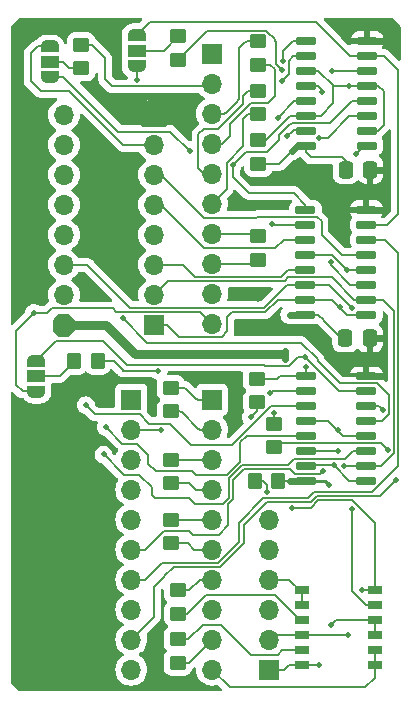
<source format=gtl>
G04 #@! TF.GenerationSoftware,KiCad,Pcbnew,8.0.5*
G04 #@! TF.CreationDate,2025-01-09T14:40:57-04:00*
G04 #@! TF.ProjectId,RAMAUXB_V2,52414d41-5558-4425-9f56-322e6b696361,rev?*
G04 #@! TF.SameCoordinates,Original*
G04 #@! TF.FileFunction,Copper,L1,Top*
G04 #@! TF.FilePolarity,Positive*
%FSLAX46Y46*%
G04 Gerber Fmt 4.6, Leading zero omitted, Abs format (unit mm)*
G04 Created by KiCad (PCBNEW 8.0.5) date 2025-01-09 14:40:57*
%MOMM*%
%LPD*%
G01*
G04 APERTURE LIST*
G04 Aperture macros list*
%AMRoundRect*
0 Rectangle with rounded corners*
0 $1 Rounding radius*
0 $2 $3 $4 $5 $6 $7 $8 $9 X,Y pos of 4 corners*
0 Add a 4 corners polygon primitive as box body*
4,1,4,$2,$3,$4,$5,$6,$7,$8,$9,$2,$3,0*
0 Add four circle primitives for the rounded corners*
1,1,$1+$1,$2,$3*
1,1,$1+$1,$4,$5*
1,1,$1+$1,$6,$7*
1,1,$1+$1,$8,$9*
0 Add four rect primitives between the rounded corners*
20,1,$1+$1,$2,$3,$4,$5,0*
20,1,$1+$1,$4,$5,$6,$7,0*
20,1,$1+$1,$6,$7,$8,$9,0*
20,1,$1+$1,$8,$9,$2,$3,0*%
%AMFreePoly0*
4,1,19,0.550000,-0.750000,0.000000,-0.750000,0.000000,-0.744911,-0.071157,-0.744911,-0.207708,-0.704816,-0.327430,-0.627875,-0.420627,-0.520320,-0.479746,-0.390866,-0.500000,-0.250000,-0.500000,0.250000,-0.479746,0.390866,-0.420627,0.520320,-0.327430,0.627875,-0.207708,0.704816,-0.071157,0.744911,0.000000,0.744911,0.000000,0.750000,0.550000,0.750000,0.550000,-0.750000,0.550000,-0.750000,
$1*%
%AMFreePoly1*
4,1,19,0.000000,0.744911,0.071157,0.744911,0.207708,0.704816,0.327430,0.627875,0.420627,0.520320,0.479746,0.390866,0.500000,0.250000,0.500000,-0.250000,0.479746,-0.390866,0.420627,-0.520320,0.327430,-0.627875,0.207708,-0.704816,0.071157,-0.744911,0.000000,-0.744911,0.000000,-0.750000,-0.550000,-0.750000,-0.550000,0.750000,0.000000,0.750000,0.000000,0.744911,0.000000,0.744911,
$1*%
G04 Aperture macros list end*
G04 #@! TA.AperFunction,SMDPad,CuDef*
%ADD10RoundRect,0.250000X-0.450000X0.350000X-0.450000X-0.350000X0.450000X-0.350000X0.450000X0.350000X0*%
G04 #@! TD*
G04 #@! TA.AperFunction,SMDPad,CuDef*
%ADD11RoundRect,0.250000X0.450000X-0.350000X0.450000X0.350000X-0.450000X0.350000X-0.450000X-0.350000X0*%
G04 #@! TD*
G04 #@! TA.AperFunction,SMDPad,CuDef*
%ADD12RoundRect,0.250000X-0.337500X-0.475000X0.337500X-0.475000X0.337500X0.475000X-0.337500X0.475000X0*%
G04 #@! TD*
G04 #@! TA.AperFunction,SMDPad,CuDef*
%ADD13FreePoly0,270.000000*%
G04 #@! TD*
G04 #@! TA.AperFunction,SMDPad,CuDef*
%ADD14R,1.500000X1.000000*%
G04 #@! TD*
G04 #@! TA.AperFunction,SMDPad,CuDef*
%ADD15FreePoly1,270.000000*%
G04 #@! TD*
G04 #@! TA.AperFunction,SMDPad,CuDef*
%ADD16RoundRect,0.150000X0.725000X0.150000X-0.725000X0.150000X-0.725000X-0.150000X0.725000X-0.150000X0*%
G04 #@! TD*
G04 #@! TA.AperFunction,SMDPad,CuDef*
%ADD17FreePoly0,90.000000*%
G04 #@! TD*
G04 #@! TA.AperFunction,SMDPad,CuDef*
%ADD18FreePoly1,90.000000*%
G04 #@! TD*
G04 #@! TA.AperFunction,SMDPad,CuDef*
%ADD19RoundRect,0.250000X0.350000X0.450000X-0.350000X0.450000X-0.350000X-0.450000X0.350000X-0.450000X0*%
G04 #@! TD*
G04 #@! TA.AperFunction,SMDPad,CuDef*
%ADD20R,1.250000X0.760000*%
G04 #@! TD*
G04 #@! TA.AperFunction,ComponentPad*
%ADD21R,1.700000X1.700000*%
G04 #@! TD*
G04 #@! TA.AperFunction,ComponentPad*
%ADD22O,1.700000X1.700000*%
G04 #@! TD*
G04 #@! TA.AperFunction,ViaPad*
%ADD23C,0.500000*%
G04 #@! TD*
G04 #@! TA.AperFunction,Conductor*
%ADD24C,0.600000*%
G04 #@! TD*
G04 #@! TA.AperFunction,Conductor*
%ADD25C,0.200000*%
G04 #@! TD*
G04 #@! TA.AperFunction,Conductor*
%ADD26C,0.150000*%
G04 #@! TD*
G04 #@! TA.AperFunction,Conductor*
%ADD27C,0.250000*%
G04 #@! TD*
G04 #@! TA.AperFunction,Conductor*
%ADD28C,0.800000*%
G04 #@! TD*
G04 APERTURE END LIST*
D10*
G04 #@! TO.P,R8,1*
G04 #@! TO.N,RA6*
X91050000Y-131010000D03*
G04 #@! TO.P,R8,2*
G04 #@! TO.N,RA6F*
X91050000Y-133010000D03*
G04 #@! TD*
D11*
G04 #@! TO.P,R13,1*
G04 #@! TO.N,~{CAS1F}*
X91640000Y-143140000D03*
G04 #@! TO.P,R13,2*
G04 #@! TO.N,Net-(R13-Pad2)*
X91640000Y-141140000D03*
G04 #@! TD*
D12*
G04 #@! TO.P,C2,1*
G04 #@! TO.N,VCC*
X105872500Y-101370000D03*
G04 #@! TO.P,C2,2*
G04 #@! TO.N,GND*
X107947500Y-101370000D03*
G04 #@! TD*
D10*
G04 #@! TO.P,R2,1*
G04 #@! TO.N,RA4F*
X98470000Y-90510000D03*
G04 #@! TO.P,R2,2*
G04 #@! TO.N,RA4*
X98470000Y-92510000D03*
G04 #@! TD*
D13*
G04 #@! TO.P,JP1,1,A*
G04 #@! TO.N,RA0*
X80795000Y-90945000D03*
D14*
G04 #@! TO.P,JP1,2,C*
G04 #@! TO.N,Net-(JP1-C)*
X80795000Y-92245000D03*
D15*
G04 #@! TO.P,JP1,3,B*
G04 #@! TO.N,MRA0*
X80795000Y-93545000D03*
G04 #@! TD*
D16*
G04 #@! TO.P,U1,1,S*
G04 #@! TO.N,C2M*
X107675000Y-99345000D03*
G04 #@! TO.P,U1,2,I0a*
G04 #@! TO.N,PULLUP*
X107675000Y-98075000D03*
G04 #@! TO.P,U1,3,I1a*
G04 #@! TO.N,VA5*
X107675000Y-96805000D03*
G04 #@! TO.P,U1,4,Za*
G04 #@! TO.N,MRA0*
X107675000Y-95535000D03*
G04 #@! TO.P,U1,5,I0b*
G04 #@! TO.N,PULLUP*
X107675000Y-94265000D03*
G04 #@! TO.P,U1,6,I1b*
G04 #@! TO.N,VA13*
X107675000Y-92995000D03*
G04 #@! TO.P,U1,7,Zb*
G04 #@! TO.N,MRA8*
X107675000Y-91725000D03*
G04 #@! TO.P,U1,8,GND*
G04 #@! TO.N,GND*
X107675000Y-90455000D03*
G04 #@! TO.P,U1,9,Zd*
G04 #@! TO.N,Net-(U1-Zd)*
X102525000Y-90455000D03*
G04 #@! TO.P,U1,10,I1d*
G04 #@! TO.N,~{SNDPG2}*
X102525000Y-91725000D03*
G04 #@! TO.P,U1,11,I0d*
G04 #@! TO.N,PULLUP*
X102525000Y-92995000D03*
G04 #@! TO.P,U1,12,Zc*
G04 #@! TO.N,MRA1*
X102525000Y-94265000D03*
G04 #@! TO.P,U1,13,I1c*
G04 #@! TO.N,VA6*
X102525000Y-95535000D03*
G04 #@! TO.P,U1,14,I0c*
G04 #@! TO.N,PULLUP*
X102525000Y-96805000D03*
G04 #@! TO.P,U1,15,OE*
G04 #@! TO.N,~{DMA}*
X102525000Y-98075000D03*
G04 #@! TO.P,U1,16,VCC*
G04 #@! TO.N,VCC*
X102525000Y-99345000D03*
G04 #@! TD*
D10*
G04 #@! TO.P,R5,1*
G04 #@! TO.N,MSRA0F*
X83452500Y-90805000D03*
G04 #@! TO.P,R5,2*
G04 #@! TO.N,Net-(JP1-C)*
X83452500Y-92805000D03*
G04 #@! TD*
D17*
G04 #@! TO.P,JP2,1,A*
G04 #@! TO.N,RA8*
X88150000Y-92595000D03*
D14*
G04 #@! TO.P,JP2,2,C*
G04 #@! TO.N,Net-(JP2-C)*
X88150000Y-91295000D03*
D18*
G04 #@! TO.P,JP2,3,B*
G04 #@! TO.N,MRA8*
X88150000Y-89995000D03*
G04 #@! TD*
D19*
G04 #@! TO.P,R14,1*
G04 #@! TO.N,VCC*
X100155000Y-127765000D03*
G04 #@! TO.P,R14,2*
G04 #@! TO.N,~{MCAS1}*
X98155000Y-127765000D03*
G04 #@! TD*
D10*
G04 #@! TO.P,R3,1*
G04 #@! TO.N,RA2*
X98470000Y-94680000D03*
G04 #@! TO.P,R3,2*
G04 #@! TO.N,RA2F*
X98470000Y-96680000D03*
G04 #@! TD*
G04 #@! TO.P,R15,1*
G04 #@! TO.N,VCC*
X99805000Y-122885000D03*
G04 #@! TO.P,R15,2*
G04 #@! TO.N,~{MCAS0}*
X99805000Y-124885000D03*
G04 #@! TD*
D16*
G04 #@! TO.P,U3,1,OEa*
G04 #@! TO.N,DMA*
X107605000Y-127740000D03*
G04 #@! TO.P,U3,2,A1*
G04 #@! TO.N,VID\u005C~{u}*
X107605000Y-126470000D03*
G04 #@! TO.P,U3,3,I3a*
G04 #@! TO.N,VA1*
X107605000Y-125200000D03*
G04 #@! TO.P,U3,4,I2a*
G04 #@! TO.N,PULLUP*
X107605000Y-123930000D03*
G04 #@! TO.P,U3,5,I1a*
G04 #@! TO.N,A2*
X107605000Y-122660000D03*
G04 #@! TO.P,U3,6,I0a*
G04 #@! TO.N,A19*
X107605000Y-121390000D03*
G04 #@! TO.P,U3,7,Za*
G04 #@! TO.N,MRA1*
X107605000Y-120120000D03*
G04 #@! TO.P,U3,8,GND*
G04 #@! TO.N,GND*
X107605000Y-118850000D03*
G04 #@! TO.P,U3,9,Zb*
G04 #@! TO.N,Net-(U1-Zd)*
X102455000Y-118850000D03*
G04 #@! TO.P,U3,10,I0b*
G04 #@! TO.N,A20*
X102455000Y-120120000D03*
G04 #@! TO.P,U3,11,I1b*
G04 #@! TO.N,A10*
X102455000Y-121390000D03*
G04 #@! TO.P,U3,12,I2b*
G04 #@! TO.N,PULLUP*
X102455000Y-122660000D03*
G04 #@! TO.P,U3,13,I3b*
G04 #@! TO.N,VA9*
X102455000Y-123930000D03*
G04 #@! TO.P,U3,14,A0*
G04 #@! TO.N,C2M*
X102455000Y-125200000D03*
G04 #@! TO.P,U3,15,OEb*
G04 #@! TO.N,DMA*
X102455000Y-126470000D03*
G04 #@! TO.P,U3,16,VCC*
G04 #@! TO.N,VCC*
X102455000Y-127740000D03*
G04 #@! TD*
D11*
G04 #@! TO.P,R10,1*
G04 #@! TO.N,VCC*
X98470000Y-100870000D03*
G04 #@! TO.P,R10,2*
G04 #@! TO.N,PULLUP*
X98470000Y-98870000D03*
G04 #@! TD*
D10*
G04 #@! TO.P,R6,1*
G04 #@! TO.N,RA5*
X91050000Y-119850000D03*
G04 #@! TO.P,R6,2*
G04 #@! TO.N,RA5F*
X91050000Y-121850000D03*
G04 #@! TD*
G04 #@! TO.P,R4,1*
G04 #@! TO.N,RA3*
X98470000Y-107030000D03*
G04 #@! TO.P,R4,2*
G04 #@! TO.N,RA3F*
X98470000Y-109030000D03*
G04 #@! TD*
D19*
G04 #@! TO.P,R9,1*
G04 #@! TO.N,MSRA1F*
X84845000Y-117545000D03*
G04 #@! TO.P,R9,2*
G04 #@! TO.N,Net-(JP3-C)*
X82845000Y-117545000D03*
G04 #@! TD*
D10*
G04 #@! TO.P,R12,1*
G04 #@! TO.N,~{CAS0F}*
X91650000Y-136975000D03*
G04 #@! TO.P,R12,2*
G04 #@! TO.N,Net-(R12-Pad2)*
X91650000Y-138975000D03*
G04 #@! TD*
D17*
G04 #@! TO.P,JP3,1,A*
G04 #@! TO.N,RA1*
X79675000Y-120180000D03*
D14*
G04 #@! TO.P,JP3,2,C*
G04 #@! TO.N,Net-(JP3-C)*
X79675000Y-118880000D03*
D18*
G04 #@! TO.P,JP3,3,B*
G04 #@! TO.N,MRA1*
X79675000Y-117580000D03*
G04 #@! TD*
D11*
G04 #@! TO.P,R11,1*
G04 #@! TO.N,MRA9F*
X98340000Y-121080000D03*
G04 #@! TO.P,R11,2*
G04 #@! TO.N,Net-(U1-Zd)*
X98340000Y-119080000D03*
G04 #@! TD*
D16*
G04 #@! TO.P,U2,1,OEa*
G04 #@! TO.N,DMA*
X107600000Y-113659600D03*
G04 #@! TO.P,U2,2,A1*
G04 #@! TO.N,VID\u005C~{u}*
X107600000Y-112389600D03*
G04 #@! TO.P,U2,3,I3a*
G04 #@! TO.N,VA8*
X107600000Y-111119600D03*
G04 #@! TO.P,U2,4,I2a*
G04 #@! TO.N,PULLUP*
X107600000Y-109849600D03*
G04 #@! TO.P,U2,5,I1a*
G04 #@! TO.N,A9*
X107600000Y-108579600D03*
G04 #@! TO.P,U2,6,I0a*
G04 #@! TO.N,A17*
X107600000Y-107309600D03*
G04 #@! TO.P,U2,7,Za*
G04 #@! TO.N,MRA8*
X107600000Y-106039600D03*
G04 #@! TO.P,U2,8,GND*
G04 #@! TO.N,GND*
X107600000Y-104769600D03*
G04 #@! TO.P,U2,9,Zb*
G04 #@! TO.N,MRA0*
X102450000Y-104769600D03*
G04 #@! TO.P,U2,10,I0b*
G04 #@! TO.N,A18*
X102450000Y-106039600D03*
G04 #@! TO.P,U2,11,I1b*
G04 #@! TO.N,A1*
X102450000Y-107309600D03*
G04 #@! TO.P,U2,12,I2b*
G04 #@! TO.N,PULLUP*
X102450000Y-108579600D03*
G04 #@! TO.P,U2,13,I3b*
G04 #@! TO.N,VA0*
X102450000Y-109849600D03*
G04 #@! TO.P,U2,14,A0*
G04 #@! TO.N,C2M*
X102450000Y-111119600D03*
G04 #@! TO.P,U2,15,OEb*
G04 #@! TO.N,DMA*
X102450000Y-112389600D03*
G04 #@! TO.P,U2,16,VCC*
G04 #@! TO.N,VCC*
X102450000Y-113659600D03*
G04 #@! TD*
D11*
G04 #@! TO.P,R1,1*
G04 #@! TO.N,MSRA8F*
X91695000Y-92065000D03*
G04 #@! TO.P,R1,2*
G04 #@! TO.N,Net-(JP2-C)*
X91695000Y-90065000D03*
G04 #@! TD*
D10*
G04 #@! TO.P,R7,1*
G04 #@! TO.N,RA7*
X91050000Y-125925000D03*
G04 #@! TO.P,R7,2*
G04 #@! TO.N,RA7F*
X91050000Y-127925000D03*
G04 #@! TD*
D12*
G04 #@! TO.P,C1,1*
G04 #@! TO.N,VCC*
X105824770Y-115629814D03*
G04 #@! TO.P,C1,2*
G04 #@! TO.N,GND*
X107899770Y-115629814D03*
G04 #@! TD*
D20*
G04 #@! TO.P,SWB1,1*
G04 #@! TO.N,~{CAS1}*
X108320000Y-143280000D03*
G04 #@! TO.P,SWB1,2*
X108320000Y-142010000D03*
G04 #@! TO.P,SWB1,3*
G04 #@! TO.N,~{CAS0}*
X108320000Y-140740000D03*
G04 #@! TO.P,SWB1,4*
X108320000Y-139470000D03*
G04 #@! TO.P,SWB1,5*
G04 #@! TO.N,C2M*
X108320000Y-138200000D03*
G04 #@! TO.P,SWB1,6*
G04 #@! TO.N,~{MCAS1}*
X108320000Y-136930000D03*
G04 #@! TO.P,SWB1,7*
G04 #@! TO.N,MC2M*
X102170000Y-136930000D03*
G04 #@! TO.P,SWB1,8*
X102170000Y-138200000D03*
G04 #@! TO.P,SWB1,9*
G04 #@! TO.N,Net-(R12-Pad2)*
X102170000Y-139470000D03*
G04 #@! TO.P,SWB1,10*
G04 #@! TO.N,~{MCAS0}*
X102170000Y-140740000D03*
G04 #@! TO.P,SWB1,11*
G04 #@! TO.N,Net-(R13-Pad2)*
X102170000Y-142010000D03*
G04 #@! TO.P,SWB1,12*
G04 #@! TO.N,~{MCAS1}*
X102170000Y-143280000D03*
G04 #@! TD*
D21*
G04 #@! TO.P,J4,1,Pin_1*
G04 #@! TO.N,~{MCAS1}*
X99325000Y-143725000D03*
D22*
G04 #@! TO.P,J4,2,Pin_2*
G04 #@! TO.N,~{MCAS0}*
X99325000Y-141185000D03*
G04 #@! TO.P,J4,3,Pin_3*
G04 #@! TO.N,VID\u005C~{u}*
X99325000Y-138645000D03*
G04 #@! TO.P,J4,4,Pin_4*
G04 #@! TO.N,MC2M*
X99325000Y-136105000D03*
G04 #@! TO.P,J4,5,Pin_5*
G04 #@! TO.N,MRA9F*
X99325000Y-133565000D03*
G04 #@! TO.P,J4,6,Pin_6*
G04 #@! TO.N,MSRA8F*
X99325000Y-131025000D03*
G04 #@! TD*
D21*
G04 #@! TO.P,J6,1,Pin_1*
G04 #@! TO.N,RA5*
X94550000Y-120850000D03*
D22*
G04 #@! TO.P,J6,2,Pin_2*
G04 #@! TO.N,RA5F*
X94550000Y-123390000D03*
G04 #@! TO.P,J6,3,Pin_3*
G04 #@! TO.N,RA7*
X94550000Y-125930000D03*
G04 #@! TO.P,J6,4,Pin_4*
G04 #@! TO.N,RA7F*
X94550000Y-128470000D03*
G04 #@! TO.P,J6,5,Pin_5*
G04 #@! TO.N,RA6*
X94550000Y-131010000D03*
G04 #@! TO.P,J6,6,Pin_6*
G04 #@! TO.N,RA6F*
X94550000Y-133550000D03*
G04 #@! TO.P,J6,7,Pin_7*
G04 #@! TO.N,~{CAS0F}*
X94550000Y-136090000D03*
G04 #@! TO.P,J6,8,Pin_8*
G04 #@! TO.N,~{CAS0}*
X94550000Y-138630000D03*
G04 #@! TO.P,J6,9,Pin_9*
G04 #@! TO.N,~{CAS1F}*
X94550000Y-141170000D03*
G04 #@! TO.P,J6,10,Pin_10*
G04 #@! TO.N,~{CAS1}*
X94550000Y-143710000D03*
G04 #@! TD*
D21*
G04 #@! TO.P,J2,1*
G04 #@! TO.N,DMA*
X89615000Y-114515000D03*
D22*
G04 #@! TO.P,J2,2*
G04 #@! TO.N,VID\u005C~{u}*
X89615000Y-111975000D03*
G04 #@! TO.P,J2,3*
G04 #@! TO.N,VA0*
X89615000Y-109435000D03*
G04 #@! TO.P,J2,4*
G04 #@! TO.N,VA8*
X89615000Y-106895000D03*
G04 #@! TO.P,J2,5*
G04 #@! TO.N,A1*
X89615000Y-104355000D03*
G04 #@! TO.P,J2,6*
G04 #@! TO.N,A9*
X89615000Y-101815000D03*
G04 #@! TO.P,J2,7*
G04 #@! TO.N,RA0*
X89615000Y-99275000D03*
G04 #@! TO.P,J2,8*
G04 #@! TO.N,GND*
X89615000Y-96735000D03*
G04 #@! TO.P,J2,9*
G04 #@! TO.N,RA1*
X81995000Y-96735000D03*
G04 #@! TO.P,J2,10*
G04 #@! TO.N,A10*
X81995000Y-99275000D03*
G04 #@! TO.P,J2,11*
G04 #@! TO.N,A2*
X81995000Y-101815000D03*
G04 #@! TO.P,J2,12*
G04 #@! TO.N,VA9*
X81995000Y-104355000D03*
G04 #@! TO.P,J2,13*
G04 #@! TO.N,VA1*
X81995000Y-106895000D03*
G04 #@! TO.P,J2,14*
G04 #@! TO.N,C2M*
X81995000Y-109435000D03*
G04 #@! TO.P,J2,15*
G04 #@! TO.N,unconnected-(J2-Pad15)*
X81995000Y-111975000D03*
G04 #@! TO.P,J2,16*
G04 #@! TO.N,VCC*
X81995000Y-114515000D03*
G04 #@! TD*
D21*
G04 #@! TO.P,J3,1,Pin_1*
G04 #@! TO.N,~{SNDPG2}*
X87700000Y-120855000D03*
D22*
G04 #@! TO.P,J3,2,Pin_2*
G04 #@! TO.N,~{DMA}*
X87700000Y-123395000D03*
G04 #@! TO.P,J3,3,Pin_3*
G04 #@! TO.N,VA6*
X87700000Y-125935000D03*
G04 #@! TO.P,J3,4,Pin_4*
G04 #@! TO.N,VA13*
X87700000Y-128475000D03*
G04 #@! TO.P,J3,5,Pin_5*
G04 #@! TO.N,A18*
X87700000Y-131015000D03*
G04 #@! TO.P,J3,6,Pin_6*
G04 #@! TO.N,VA5*
X87700000Y-133555000D03*
G04 #@! TO.P,J3,7,Pin_7*
G04 #@! TO.N,A17*
X87700000Y-136095000D03*
G04 #@! TO.P,J3,8,Pin_8*
G04 #@! TO.N,A20*
X87700000Y-138635000D03*
G04 #@! TO.P,J3,9,Pin_9*
G04 #@! TO.N,A19*
X87700000Y-141175000D03*
G04 #@! TO.P,J3,10,Pin_10*
G04 #@! TO.N,RA8*
X87700000Y-143715000D03*
G04 #@! TD*
D21*
G04 #@! TO.P,J5,1,Pin_1*
G04 #@! TO.N,RA0*
X94550000Y-91550000D03*
D22*
G04 #@! TO.P,J5,2,Pin_2*
G04 #@! TO.N,MSRA0F*
X94550000Y-94090000D03*
G04 #@! TO.P,J5,3,Pin_3*
G04 #@! TO.N,RA4F*
X94550000Y-96630000D03*
G04 #@! TO.P,J5,4,Pin_4*
G04 #@! TO.N,RA4*
X94550000Y-99170000D03*
G04 #@! TO.P,J5,5,Pin_5*
G04 #@! TO.N,RA2*
X94550000Y-101710000D03*
G04 #@! TO.P,J5,6,Pin_6*
G04 #@! TO.N,RA2F*
X94550000Y-104250000D03*
G04 #@! TO.P,J5,7,Pin_7*
G04 #@! TO.N,RA3*
X94550000Y-106790000D03*
G04 #@! TO.P,J5,8,Pin_8*
G04 #@! TO.N,RA3F*
X94550000Y-109330000D03*
G04 #@! TO.P,J5,9,Pin_9*
G04 #@! TO.N,MSRA1F*
X94550000Y-111870000D03*
G04 #@! TO.P,J5,10,Pin_10*
G04 #@! TO.N,RA1*
X94550000Y-114410000D03*
G04 #@! TD*
D23*
G04 #@! TO.N,GND*
X84290000Y-139920000D03*
X84150000Y-111480000D03*
X77930000Y-126196250D03*
X98400000Y-112300000D03*
X109200000Y-101370000D03*
X107660000Y-89100000D03*
X84850000Y-99870000D03*
X92390000Y-119040000D03*
X107900000Y-117470000D03*
X105930000Y-89990000D03*
X77930000Y-113793750D03*
X89490000Y-120750000D03*
X108940000Y-118830000D03*
X77930000Y-132397500D03*
X84290000Y-135010000D03*
X109780000Y-90470000D03*
X77930000Y-138598750D03*
X77930000Y-101391250D03*
X83720000Y-103330000D03*
X83800000Y-97810000D03*
X77930000Y-144772500D03*
X86340000Y-119050000D03*
X85620000Y-95860000D03*
X96620000Y-119100000D03*
X104790000Y-103280000D03*
X84140000Y-106030000D03*
X98780000Y-104350000D03*
X77930000Y-107592500D03*
X109100000Y-115629814D03*
X84140000Y-108340000D03*
X84290000Y-130100000D03*
X98450000Y-114890000D03*
X98770000Y-102300000D03*
X77930000Y-95190000D03*
X109180000Y-104780000D03*
G04 #@! TO.N,RA1*
X79470000Y-113500000D03*
G04 #@! TO.N,MSRA8F*
X100490000Y-92970000D03*
G04 #@! TO.N,MRA0*
X92668900Y-99838100D03*
X96295000Y-101000000D03*
G04 #@! TO.N,VA5*
X103930168Y-126876110D03*
X103630000Y-98710000D03*
G04 #@! TO.N,DMA*
X104840000Y-126405000D03*
X105335000Y-112985000D03*
G04 #@! TO.N,A18*
X99595000Y-106000000D03*
G04 #@! TO.N,VA8*
X104592911Y-109207089D03*
G04 #@! TO.N,MRA1*
X103830000Y-94780000D03*
X102425000Y-117232337D03*
G04 #@! TO.N,VCC*
X100740000Y-117410000D03*
X101150000Y-127740000D03*
X99780000Y-121970000D03*
X104430000Y-128070000D03*
X101300000Y-99800000D03*
X100740000Y-116710000D03*
X101118075Y-113650789D03*
G04 #@! TO.N,~{CAS0}*
X104580000Y-139910000D03*
G04 #@! TO.N,VID\u005C~{u}*
X105735000Y-126455000D03*
G04 #@! TO.N,C2M*
X106730000Y-100090000D03*
X105200000Y-125160000D03*
X106420000Y-130120000D03*
X106387089Y-113072911D03*
G04 #@! TO.N,VA13*
X104715000Y-93047600D03*
G04 #@! TO.N,~{DMA}*
X100885500Y-98551700D03*
X90197000Y-123390000D03*
G04 #@! TO.N,MSRA1F*
X90000000Y-118400000D03*
G04 #@! TO.N,Net-(U1-Zd)*
X100510000Y-92190000D03*
X102455000Y-118070000D03*
G04 #@! TO.N,~{SNDPG2}*
X100480000Y-93850000D03*
G04 #@! TO.N,VA6*
X100090600Y-96995600D03*
G04 #@! TO.N,A10*
X83860000Y-121330000D03*
G04 #@! TO.N,A19*
X110100000Y-127660000D03*
X108977577Y-121697577D03*
G04 #@! TO.N,A2*
X86970000Y-113950000D03*
G04 #@! TO.N,A20*
X99480000Y-120250000D03*
G04 #@! TO.N,VA1*
X85349400Y-125495200D03*
G04 #@! TO.N,VA9*
X85551800Y-123178800D03*
G04 #@! TO.N,MRA9F*
X97800000Y-122340000D03*
G04 #@! TO.N,PULLUP*
X105200000Y-123400000D03*
X106165000Y-94310000D03*
X106000000Y-109900000D03*
G04 #@! TO.N,~{MCAS1}*
X99214695Y-128645914D03*
X101310000Y-130010000D03*
X107240000Y-136960000D03*
X103560000Y-143360000D03*
G04 #@! TO.N,~{MCAS0}*
X106055000Y-140780000D03*
X109415000Y-125080000D03*
G04 #@! TO.N,RA8*
X88150000Y-93760000D03*
G04 #@! TD*
D24*
G04 #@! TO.N,GND*
X89615000Y-96735000D02*
X89615000Y-97435000D01*
X89170000Y-95710000D02*
X90070000Y-95710000D01*
X88450000Y-97180000D02*
X89170000Y-97180000D01*
X88455000Y-96735000D02*
X88450000Y-96730000D01*
X88450000Y-96430000D02*
X89170000Y-95710000D01*
X90055000Y-97435000D02*
X90440000Y-97050000D01*
X107899770Y-115629814D02*
X109100000Y-115629814D01*
X89170000Y-97180000D02*
X89615000Y-96735000D01*
X109170000Y-104770000D02*
X109180000Y-104780000D01*
X90760000Y-96400000D02*
X90760000Y-96730000D01*
D25*
X109180000Y-104780000D02*
X109190000Y-104770000D01*
D24*
X89610000Y-96730000D02*
X90760000Y-96730000D01*
X89615000Y-97435000D02*
X90055000Y-97435000D01*
X88450000Y-96730000D02*
X88450000Y-96430000D01*
X90505000Y-97435000D02*
X90760000Y-97180000D01*
X89615000Y-97435000D02*
X90505000Y-97435000D01*
X88705000Y-97435000D02*
X88450000Y-97180000D01*
X107000000Y-104770000D02*
X109170000Y-104770000D01*
X109765000Y-90455000D02*
X109780000Y-90470000D01*
X107675000Y-90455000D02*
X109765000Y-90455000D01*
X89615000Y-97435000D02*
X88705000Y-97435000D01*
X108920000Y-118850000D02*
X108940000Y-118830000D01*
X109200000Y-101370000D02*
X107948000Y-101370000D01*
X90755000Y-96735000D02*
X88455000Y-96735000D01*
X90070000Y-95710000D02*
X90760000Y-96400000D01*
X90760000Y-97180000D02*
X90760000Y-96730000D01*
X107605000Y-118850000D02*
X108920000Y-118850000D01*
X88450000Y-97180000D02*
X88450000Y-96730000D01*
X90760000Y-96730000D02*
X90755000Y-96735000D01*
D26*
G04 #@! TO.N,RA0*
X80030000Y-94730000D02*
X82413553Y-94730000D01*
X79190000Y-91523553D02*
X79190000Y-93890000D01*
X86973553Y-99290000D02*
X89550000Y-99290000D01*
X79786053Y-90927500D02*
X79190000Y-91523553D01*
X79190000Y-93890000D02*
X80030000Y-94730000D01*
X82413553Y-94730000D02*
X86973553Y-99290000D01*
X80390000Y-90927500D02*
X79786053Y-90927500D01*
G04 #@! TO.N,RA2*
X97560000Y-94680000D02*
X97120000Y-95120000D01*
X93860000Y-97900000D02*
X93389600Y-98370400D01*
X97120000Y-95800000D02*
X95020000Y-97900000D01*
X98071900Y-94680000D02*
X97560000Y-94680000D01*
X97120000Y-95120000D02*
X97120000Y-95800000D01*
X93389600Y-101209600D02*
X93890000Y-101710000D01*
X93389600Y-98370400D02*
X93389600Y-101209600D01*
X95020000Y-97900000D02*
X93860000Y-97900000D01*
G04 #@! TO.N,RA3*
X94550000Y-106790000D02*
X98230000Y-106790000D01*
G04 #@! TO.N,RA4*
X94550000Y-99170000D02*
X95370000Y-99170000D01*
X96030000Y-97550000D02*
X97870000Y-95710000D01*
X95370000Y-99170000D02*
X96030000Y-98510000D01*
X97870000Y-95710000D02*
X99280000Y-95710000D01*
X99470000Y-92510000D02*
X99090000Y-92510000D01*
X99850000Y-92890000D02*
X99470000Y-92510000D01*
X99280000Y-95710000D02*
X99850000Y-95140000D01*
X99850000Y-95140000D02*
X99850000Y-92890000D01*
X96030000Y-98510000D02*
X96030000Y-97550000D01*
G04 #@! TO.N,RA1*
X86400000Y-113400000D02*
X93540000Y-113400000D01*
X78495000Y-120155000D02*
X79205000Y-120155000D01*
X77940000Y-119600000D02*
X78495000Y-120155000D01*
X80960000Y-113130000D02*
X86130000Y-113130000D01*
X79470000Y-113500000D02*
X79470000Y-113510000D01*
X93540000Y-113400000D02*
X94550000Y-114410000D01*
X80590000Y-113500000D02*
X80960000Y-113130000D01*
X79470000Y-113510000D02*
X77940000Y-115040000D01*
X77940000Y-115040000D02*
X77940000Y-119600000D01*
X86130000Y-113130000D02*
X86400000Y-113400000D01*
X79470000Y-113500000D02*
X80590000Y-113500000D01*
G04 #@! TO.N,RA5*
X93176776Y-120776776D02*
X92323223Y-119923223D01*
X94550000Y-120850000D02*
X93353553Y-120850000D01*
X92146447Y-119850000D02*
X91050000Y-119850000D01*
X92323223Y-119923223D02*
G75*
G03*
X92146447Y-119849967I-176823J-176777D01*
G01*
X93176776Y-120776776D02*
G75*
G03*
X93353553Y-120850033I176824J176776D01*
G01*
G04 #@! TO.N,RA6*
X91050000Y-131010000D02*
X94550000Y-131010000D01*
G04 #@! TO.N,RA7*
X93143553Y-125930000D02*
X94550000Y-125930000D01*
X93138553Y-125925000D02*
X93143553Y-125930000D01*
X91050000Y-125925000D02*
X93138553Y-125925000D01*
G04 #@! TO.N,MSRA8F*
X99918310Y-92398310D02*
X100490000Y-92970000D01*
X91905000Y-91855000D02*
X94124400Y-89635600D01*
X99871840Y-90387026D02*
X99908090Y-90451577D01*
X99908090Y-90451577D02*
X99918310Y-90487163D01*
X99019047Y-89635600D02*
X99068443Y-89637257D01*
X99195823Y-89708823D02*
X99846776Y-90359776D01*
X99846776Y-90359776D02*
X99871840Y-90387026D01*
X99159710Y-89675078D02*
X99195823Y-89708823D01*
X94124400Y-89635600D02*
X99019047Y-89635600D01*
X99068443Y-89637257D02*
X99159710Y-89675078D01*
X99918310Y-90487163D02*
X99918310Y-92398310D01*
G04 #@! TO.N,MRA0*
X86595700Y-98160000D02*
X82036423Y-93600723D01*
X99230000Y-99860000D02*
X100240000Y-98850000D01*
X92668900Y-99838100D02*
X90990800Y-98160000D01*
X97435000Y-99860000D02*
X99230000Y-99860000D01*
X90990800Y-98160000D02*
X86595700Y-98160000D01*
X97635700Y-103335700D02*
X101435700Y-103335700D01*
X96295000Y-101995000D02*
X97635700Y-103335700D01*
X101347553Y-97440000D02*
X104510000Y-97440000D01*
X81859647Y-93527500D02*
X80390000Y-93527500D01*
X100240000Y-98444000D02*
X101170777Y-97513223D01*
X104510000Y-97440000D02*
X106415000Y-95535000D01*
X96295000Y-101000000D02*
X97435000Y-99860000D01*
X102450000Y-104350000D02*
X102450000Y-104769600D01*
X101435700Y-103335700D02*
X102450000Y-104350000D01*
X100240000Y-98850000D02*
X100240000Y-98444000D01*
X96295000Y-101000000D02*
X96295000Y-101995000D01*
X106415000Y-95535000D02*
X107675000Y-95535000D01*
X82036423Y-93600723D02*
G75*
G03*
X81859647Y-93527467I-176823J-176777D01*
G01*
X101170777Y-97513223D02*
G75*
G02*
X101347553Y-97439967I176823J-176777D01*
G01*
G04 #@! TO.N,VA5*
X90430000Y-132010000D02*
X92630000Y-132010000D01*
X101120000Y-126700000D02*
X97236690Y-126700000D01*
X95930000Y-129686690D02*
X96320000Y-129296690D01*
X96316689Y-127620001D02*
X96316690Y-128740000D01*
X106348553Y-96805000D02*
X107675000Y-96805000D01*
X95930000Y-131470000D02*
X95930000Y-129686690D01*
X87700000Y-133555000D02*
X88895000Y-133555000D01*
X92630000Y-132010000D02*
X92910000Y-132290000D01*
X92910000Y-132290000D02*
X95110000Y-132290000D01*
X97236690Y-126700000D02*
X96316689Y-127620001D01*
X96320000Y-129296690D02*
X96320000Y-128760000D01*
X89150000Y-133300000D02*
X89150000Y-133290000D01*
X104340000Y-98710000D02*
X106171777Y-96878223D01*
X103930168Y-126876110D02*
X103686278Y-127120000D01*
X103630000Y-98710000D02*
X104340000Y-98710000D01*
X89150000Y-133290000D02*
X90430000Y-132010000D01*
X88895000Y-133555000D02*
X89150000Y-133300000D01*
X101540000Y-127120000D02*
X101120000Y-126700000D01*
X95110000Y-132290000D02*
X95930000Y-131470000D01*
X103686278Y-127120000D02*
X101540000Y-127120000D01*
X106171777Y-96878223D02*
G75*
G02*
X106348553Y-96804967I176823J-176777D01*
G01*
G04 #@! TO.N,MC2M*
X101065000Y-136105000D02*
X102135000Y-137175000D01*
X102135000Y-137175000D02*
X102135000Y-138240000D01*
X99325000Y-136105000D02*
X101065000Y-136105000D01*
G04 #@! TO.N,A1*
X93884600Y-108024600D02*
X99875400Y-108024600D01*
X99875400Y-108024600D02*
X100590400Y-107309600D01*
X90230000Y-104370000D02*
X93884600Y-108024600D01*
X100590400Y-107309600D02*
X102450000Y-107309600D01*
G04 #@! TO.N,DMA*
X100084417Y-112389600D02*
X102450000Y-112389600D01*
X95840000Y-115030000D02*
X95840000Y-113880000D01*
X104669600Y-112389600D02*
X102450000Y-112389600D01*
X99005983Y-113468034D02*
X100084417Y-112389600D01*
X95840000Y-113880000D02*
X96251966Y-113468034D01*
X104840000Y-126405000D02*
X106175000Y-127740000D01*
X91740253Y-115510000D02*
X94087294Y-115510000D01*
X104806110Y-126371110D02*
X102553890Y-126371110D01*
X90553147Y-114530000D02*
X90602537Y-114531690D01*
X89550000Y-114530000D02*
X90553147Y-114530000D01*
X90761943Y-114531690D02*
X91740253Y-115510000D01*
X104840000Y-126405000D02*
X104806110Y-126371110D01*
X96251966Y-113468034D02*
X99005983Y-113468034D01*
X95355000Y-115515000D02*
X95840000Y-115030000D01*
X107600000Y-113659600D02*
X105939600Y-113659600D01*
X94087294Y-115510000D02*
X94092294Y-115515000D01*
X105939600Y-113659600D02*
X104669600Y-112389600D01*
X106175000Y-127740000D02*
X107605000Y-127740000D01*
X90602537Y-114531690D02*
X90761943Y-114531690D01*
X94092294Y-115515000D02*
X95355000Y-115515000D01*
G04 #@! TO.N,VA0*
X100355000Y-110435000D02*
X100940400Y-109849600D01*
X89550000Y-109450000D02*
X92074916Y-109450000D01*
X100940400Y-109849600D02*
X102450000Y-109849600D01*
X92074916Y-109450000D02*
X93059916Y-110435000D01*
X93059916Y-110435000D02*
X100355000Y-110435000D01*
G04 #@! TO.N,A18*
X100188708Y-106039600D02*
X102450000Y-106039600D01*
X100188308Y-106040000D02*
X100188708Y-106039600D01*
X99595000Y-106000000D02*
X99635000Y-106040000D01*
X99635000Y-106040000D02*
X100188308Y-106040000D01*
G04 #@! TO.N,VA8*
X104592911Y-109207089D02*
X104592911Y-109462911D01*
X106249600Y-111119600D02*
X107600000Y-111119600D01*
X104592911Y-109462911D02*
X106249600Y-111119600D01*
G04 #@! TO.N,A9*
X98391402Y-105395045D02*
X98296447Y-105490000D01*
X107600000Y-108579600D02*
X105509600Y-108579600D01*
X98296447Y-105490000D02*
X93890000Y-105490000D01*
X103810000Y-106880000D02*
X103810000Y-105740000D01*
X105509600Y-108579600D02*
X103810000Y-106880000D01*
X103465045Y-105395045D02*
X98391402Y-105395045D01*
X103810000Y-105740000D02*
X103465045Y-105395045D01*
X93890000Y-105490000D02*
X90230000Y-101830000D01*
G04 #@! TO.N,A17*
X87700000Y-136095000D02*
X88835000Y-136095000D01*
X103160000Y-128680000D02*
X108120000Y-128680000D01*
X96800000Y-132890000D02*
X96800000Y-131263310D01*
X90275000Y-134655000D02*
X95035000Y-134655000D01*
X95035000Y-134655000D02*
X96800000Y-132890000D01*
X88835000Y-136095000D02*
X90275000Y-134655000D01*
X100163380Y-129160000D02*
X102680000Y-129160000D01*
X109209600Y-107309600D02*
X107600000Y-107309600D01*
X110300000Y-108400000D02*
X109209600Y-107309600D01*
X108120000Y-128680000D02*
X110300000Y-126500000D01*
X110300000Y-126500000D02*
X110300000Y-108400000D01*
X96800000Y-131263310D02*
X98883310Y-129180000D01*
X102680000Y-129160000D02*
X103160000Y-128680000D01*
X100143380Y-129180000D02*
X100163380Y-129160000D01*
X98883310Y-129180000D02*
X100143380Y-129180000D01*
G04 #@! TO.N,RA5F*
X94550000Y-123390000D02*
X93546853Y-123390000D01*
X93370076Y-123316776D02*
X91976523Y-121923223D01*
X91799747Y-121850000D02*
X91050000Y-121850000D01*
X91976523Y-121923223D02*
G75*
G03*
X91799747Y-121849967I-176823J-176777D01*
G01*
X93546853Y-123390000D02*
G75*
G02*
X93370099Y-123316753I47J250000D01*
G01*
G04 #@! TO.N,RA2F*
X97583553Y-96680000D02*
X97190000Y-97073553D01*
X97190000Y-99390822D02*
X95790000Y-100790822D01*
X97190000Y-97073553D02*
X97190000Y-99390822D01*
X98470000Y-96680000D02*
X97583553Y-96680000D01*
X95790000Y-103010000D02*
X94550000Y-104250000D01*
X95790000Y-100790822D02*
X95790000Y-103010000D01*
G04 #@! TO.N,RA7F*
X92595000Y-127925000D02*
X93140000Y-128470000D01*
X93140000Y-128470000D02*
X94550000Y-128470000D01*
X91050000Y-127925000D02*
X92595000Y-127925000D01*
G04 #@! TO.N,RA6F*
X91050000Y-133010000D02*
X92480000Y-133010000D01*
X92480000Y-133010000D02*
X93020000Y-133550000D01*
X93020000Y-133550000D02*
X94550000Y-133550000D01*
G04 #@! TO.N,RA3F*
X94550000Y-109330000D02*
X98170000Y-109330000D01*
G04 #@! TO.N,RA4F*
X97533553Y-90510000D02*
X98470000Y-90510000D01*
X96863224Y-91076776D02*
X97356777Y-90583223D01*
X94550000Y-96630000D02*
X95526447Y-96630000D01*
X96790000Y-95366447D02*
X96790000Y-91253553D01*
X95703224Y-96556776D02*
X96716777Y-95543223D01*
X95526447Y-96630000D02*
G75*
G03*
X95703201Y-96556753I-47J250000D01*
G01*
X96790000Y-95366447D02*
G75*
G02*
X96716754Y-95543200I-250000J47D01*
G01*
X96863224Y-91076776D02*
G75*
G03*
X96789967Y-91253553I176776J-176824D01*
G01*
X97533553Y-90510000D02*
G75*
G03*
X97356800Y-90583246I47J-250000D01*
G01*
G04 #@! TO.N,MRA1*
X87300000Y-117890000D02*
X85290000Y-115880000D01*
X102425000Y-117232337D02*
X101847663Y-117232337D01*
X103830000Y-94610000D02*
X103485000Y-94265000D01*
X101847663Y-117232337D02*
X101085000Y-117995000D01*
X103830000Y-94780000D02*
X103830000Y-94610000D01*
X105312663Y-120120000D02*
X107605000Y-120120000D01*
X102425000Y-117232337D02*
X105312663Y-120120000D01*
X81320000Y-115880000D02*
X79645000Y-117555000D01*
X101085000Y-117995000D02*
X99015000Y-117995000D01*
X85290000Y-115880000D02*
X81320000Y-115880000D01*
X98910000Y-117890000D02*
X87300000Y-117890000D01*
X103485000Y-94265000D02*
X102525000Y-94265000D01*
X99015000Y-117995000D02*
X98910000Y-117890000D01*
D25*
G04 #@! TO.N,VCC*
X102525000Y-99915000D02*
X102930000Y-100320000D01*
D24*
X81995000Y-114530000D02*
X81995000Y-115235000D01*
D27*
X104100000Y-127740000D02*
X102455000Y-127740000D01*
D25*
X104000000Y-114160000D02*
X104000000Y-114142957D01*
D24*
X81995000Y-115235000D02*
X82255000Y-115235000D01*
D25*
X102930000Y-100320000D02*
X105540000Y-100320000D01*
D24*
X81300000Y-114950000D02*
X81585000Y-115235000D01*
D25*
X103516643Y-113659600D02*
X102450000Y-113659600D01*
D24*
X81995000Y-114530000D02*
X81995000Y-113845000D01*
D28*
X85530000Y-114530000D02*
X87990000Y-116990000D01*
D24*
X81300000Y-114530000D02*
X81300000Y-114950000D01*
X82275000Y-113845000D02*
X82960000Y-114530000D01*
X100740000Y-116710000D02*
X100740000Y-117410000D01*
D25*
X101150000Y-127740000D02*
X100180000Y-127740000D01*
D28*
X87990000Y-116990000D02*
X100640000Y-116990000D01*
D25*
X99805000Y-121995000D02*
X99805000Y-122885000D01*
X98470000Y-100870000D02*
X100230000Y-100870000D01*
D27*
X104430000Y-128070000D02*
X104100000Y-127740000D01*
D24*
X82255000Y-115235000D02*
X82960000Y-114530000D01*
X81995000Y-114530000D02*
X81300000Y-114530000D01*
D25*
X100230000Y-100870000D02*
X101300000Y-99800000D01*
X104000000Y-114142957D02*
X103516643Y-113659600D01*
X105469814Y-115629814D02*
X104000000Y-114160000D01*
D24*
X81995000Y-113845000D02*
X82275000Y-113845000D01*
D25*
X99780000Y-121970000D02*
X99805000Y-121995000D01*
D24*
X101755000Y-99345000D02*
X101300000Y-99800000D01*
X101150000Y-127740000D02*
X102455000Y-127740000D01*
X102450000Y-113659600D02*
X101118075Y-113650789D01*
X81300000Y-114160000D02*
X81615000Y-113845000D01*
X81615000Y-113845000D02*
X81995000Y-113845000D01*
D25*
X105872000Y-100652000D02*
X105872000Y-101370000D01*
D24*
X82000000Y-114530000D02*
X82960000Y-114530000D01*
D25*
X102525000Y-99345000D02*
X102525000Y-99915000D01*
X105540000Y-100320000D02*
X105872000Y-100652000D01*
D28*
X82960000Y-114530000D02*
X85530000Y-114530000D01*
D24*
X81300000Y-114530000D02*
X81300000Y-114160000D01*
X81585000Y-115235000D02*
X81995000Y-115235000D01*
X102525000Y-99345000D02*
X101755000Y-99345000D01*
D26*
G04 #@! TO.N,~{CAS0F}*
X92595000Y-136975000D02*
X93480000Y-136090000D01*
X91650000Y-136975000D02*
X92595000Y-136975000D01*
X93480000Y-136090000D02*
X94550000Y-136090000D01*
G04 #@! TO.N,~{CAS1F}*
X92580000Y-143140000D02*
X91640000Y-143140000D01*
X94550000Y-141170000D02*
X92580000Y-143140000D01*
G04 #@! TO.N,~{CAS0}*
X104580000Y-139910000D02*
X105020000Y-139470000D01*
X108320000Y-139470000D02*
X108320000Y-140740000D01*
X105020000Y-139470000D02*
X108320000Y-139470000D01*
G04 #@! TO.N,~{CAS1}*
X96060000Y-145220000D02*
X94550000Y-143710000D01*
X107500000Y-145220000D02*
X96060000Y-145220000D01*
X108320000Y-144400000D02*
X107500000Y-145220000D01*
X108320000Y-142010000D02*
X108320000Y-144400000D01*
G04 #@! TO.N,Net-(JP1-C)*
X80390000Y-92227500D02*
X81723947Y-92227500D01*
X82481053Y-92777500D02*
X83690000Y-92777500D01*
X81900724Y-92300724D02*
X82304277Y-92704277D01*
X81723947Y-92227500D02*
G75*
G02*
X81900701Y-92300747I-47J-250000D01*
G01*
X82481053Y-92777500D02*
G75*
G02*
X82304300Y-92704254I47J250000D01*
G01*
G04 #@! TO.N,VID\u005C~{u}*
X109970000Y-125330000D02*
X109970000Y-113370000D01*
X107605000Y-126470000D02*
X108830000Y-126470000D01*
X101000000Y-110500000D02*
X100735000Y-110765000D01*
X100735000Y-110765000D02*
X90775000Y-110765000D01*
X104700000Y-110500000D02*
X101000000Y-110500000D01*
X90775000Y-110765000D02*
X89550000Y-111990000D01*
X105735000Y-126455000D02*
X105750000Y-126470000D01*
X109970000Y-113370000D02*
X108989600Y-112389600D01*
X105750000Y-126470000D02*
X107605000Y-126470000D01*
X106589600Y-112389600D02*
X104700000Y-110500000D01*
X108989600Y-112389600D02*
X107600000Y-112389600D01*
X107600000Y-112389600D02*
X106589600Y-112389600D01*
X108830000Y-126470000D02*
X109970000Y-125330000D01*
G04 #@! TO.N,C2M*
X106410000Y-130130000D02*
X106410000Y-137020000D01*
X84063223Y-109523223D02*
X87610000Y-113070000D01*
X83886447Y-109450000D02*
X83935837Y-109451690D01*
X107590000Y-138200000D02*
X108320000Y-138200000D01*
X106387089Y-113072911D02*
X104433778Y-111119600D01*
X98937327Y-113070000D02*
X100887727Y-111119600D01*
X106730000Y-100070000D02*
X107455000Y-99345000D01*
X100887727Y-111119600D02*
X102450000Y-111119600D01*
X87610000Y-113070000D02*
X98937327Y-113070000D01*
X83935837Y-109451690D02*
X84027092Y-109489506D01*
X105160000Y-125200000D02*
X102455000Y-125200000D01*
X106420000Y-130120000D02*
X106410000Y-130130000D01*
X106410000Y-137020000D02*
X107590000Y-138200000D01*
X106730000Y-100090000D02*
X106730000Y-100070000D01*
X104433778Y-111119600D02*
X102450000Y-111119600D01*
X105200000Y-125160000D02*
X105160000Y-125200000D01*
X82000000Y-109450000D02*
X83886447Y-109450000D01*
X84027092Y-109489506D02*
X84063223Y-109523223D01*
G04 #@! TO.N,VA13*
X104715000Y-93047600D02*
X107622400Y-93047600D01*
G04 #@! TO.N,~{DMA}*
X101540753Y-98000000D02*
X102346447Y-98000000D01*
X100885500Y-98551700D02*
X101363977Y-98073223D01*
X90197000Y-123390000D02*
X90192000Y-123395000D01*
X90192000Y-123395000D02*
X87700000Y-123395000D01*
X101540753Y-98000000D02*
G75*
G03*
X101364000Y-98073246I47J-250000D01*
G01*
G04 #@! TO.N,MSRA0F*
X83452500Y-90805000D02*
X84355000Y-90805000D01*
X86100000Y-94330000D02*
X94310000Y-94330000D01*
X84355000Y-90805000D02*
X85470000Y-91920000D01*
X85470000Y-93700000D02*
X86100000Y-94330000D01*
X85470000Y-91920000D02*
X85470000Y-93700000D01*
G04 #@! TO.N,MSRA1F*
X87025000Y-118372537D02*
X86197463Y-117545000D01*
X86197463Y-117545000D02*
X84845000Y-117545000D01*
X87025000Y-118400000D02*
X87025000Y-118372537D01*
X90000000Y-118400000D02*
X87025000Y-118400000D01*
G04 #@! TO.N,Net-(U1-Zd)*
X100510000Y-92190000D02*
X100510000Y-91493553D01*
X100000000Y-119100000D02*
X100251531Y-118848469D01*
X100583224Y-91316776D02*
X101371777Y-90528223D01*
X101548553Y-90455000D02*
X102525000Y-90455000D01*
X102455000Y-118070000D02*
X102455000Y-118850000D01*
X98360000Y-119100000D02*
X100000000Y-119100000D01*
X100251531Y-118848469D02*
X102453469Y-118848469D01*
X101371777Y-90528223D02*
G75*
G02*
X101548553Y-90454967I176823J-176777D01*
G01*
X100510000Y-91493553D02*
G75*
G02*
X100583247Y-91316799I250000J-47D01*
G01*
G04 #@! TO.N,~{SNDPG2}*
X101015000Y-93315000D02*
X101015000Y-92145000D01*
X100480000Y-93850000D02*
X101015000Y-93315000D01*
X101015000Y-92145000D02*
X101430000Y-91730000D01*
X101430000Y-91730000D02*
X102520000Y-91730000D01*
G04 #@! TO.N,VA6*
X101477976Y-95608224D02*
X100090600Y-96995600D01*
X102525000Y-95535000D02*
X101654753Y-95535000D01*
X101477976Y-95608224D02*
G75*
G02*
X101654753Y-95534967I176824J-176776D01*
G01*
G04 #@! TO.N,A10*
X99295000Y-121646106D02*
X99295000Y-121645000D01*
X99540000Y-121400000D02*
X102445000Y-121400000D01*
X97349999Y-123590001D02*
X99005000Y-121935000D01*
X97319999Y-123590001D02*
X97349999Y-123590001D01*
X96252718Y-124657282D02*
X97319999Y-123590001D01*
X92757282Y-124657282D02*
X96252718Y-124657282D01*
X89185000Y-122885000D02*
X90985000Y-122885000D01*
X88400000Y-122100000D02*
X89185000Y-122885000D01*
X90985000Y-122885000D02*
X92757282Y-124657282D01*
X84630000Y-122100000D02*
X88400000Y-122100000D01*
X99295000Y-121645000D02*
X99540000Y-121400000D01*
X99005000Y-121935000D02*
X99006106Y-121935000D01*
X83860000Y-121330000D02*
X84630000Y-122100000D01*
X99006106Y-121935000D02*
X99295000Y-121646106D01*
G04 #@! TO.N,A19*
X108977577Y-121697577D02*
X108743224Y-121463224D01*
X99230000Y-129510000D02*
X100280071Y-129509999D01*
X108760000Y-129010000D02*
X103430000Y-129010000D01*
X90497537Y-135822463D02*
X90497537Y-135832463D01*
X110100000Y-127670000D02*
X108760000Y-129010000D01*
X90497537Y-135832463D02*
X89625000Y-136705000D01*
X89625000Y-136705000D02*
X89625000Y-139250000D01*
X102940000Y-129500000D02*
X100290070Y-129500000D01*
X108566447Y-121390000D02*
X107605000Y-121390000D01*
X89625000Y-139250000D02*
X87700000Y-141175000D01*
X99230000Y-129510000D02*
X97260000Y-131480000D01*
X100290070Y-129500000D02*
X100280071Y-129509999D01*
X91335000Y-134985000D02*
X90497537Y-135822463D01*
X97260000Y-132966690D02*
X95241690Y-134985000D01*
X97260000Y-131480000D02*
X97260000Y-132966690D01*
X110100000Y-127660000D02*
X110100000Y-127670000D01*
X103430000Y-129010000D02*
X102940000Y-129500000D01*
X95241690Y-134985000D02*
X91335000Y-134985000D01*
X108743224Y-121463224D02*
G75*
G03*
X108566447Y-121389967I-176824J-176776D01*
G01*
G04 #@! TO.N,A2*
X105340000Y-119480000D02*
X108540000Y-119480000D01*
X89040000Y-116020000D02*
X102060000Y-116020000D01*
X103468969Y-117608969D02*
X105340000Y-119480000D01*
X108940000Y-122660000D02*
X107605000Y-122660000D01*
X103468969Y-117428969D02*
X103468969Y-117608969D01*
X109520000Y-120460000D02*
X109520000Y-122080000D01*
X109520000Y-122080000D02*
X108940000Y-122660000D01*
X102060000Y-116020000D02*
X103468969Y-117428969D01*
X86970000Y-113950000D02*
X89040000Y-116020000D01*
X108540000Y-119480000D02*
X109520000Y-120460000D01*
G04 #@! TO.N,A20*
X99610000Y-120120000D02*
X102455000Y-120120000D01*
X99480000Y-120250000D02*
X99610000Y-120120000D01*
G04 #@! TO.N,VA1*
X100930000Y-126370000D02*
X101450000Y-125850000D01*
X93100000Y-129700000D02*
X95450000Y-129700000D01*
X95450000Y-129700000D02*
X95990000Y-129160000D01*
X87113363Y-127203310D02*
X87162753Y-127205000D01*
X88372110Y-127244478D02*
X88408223Y-127278223D01*
X89420000Y-128930000D02*
X89710000Y-129220000D01*
X97100000Y-126370000D02*
X100930000Y-126370000D01*
X88280843Y-127206657D02*
X88372110Y-127244478D01*
X95990000Y-128880001D02*
X95986689Y-128876690D01*
X92620000Y-129220000D02*
X93100000Y-129700000D01*
X88408223Y-127278223D02*
X89420000Y-128290000D01*
X87022107Y-127165493D02*
X87113363Y-127203310D01*
X88231447Y-127205000D02*
X88280843Y-127206657D01*
X95990000Y-129160000D02*
X95990000Y-128880001D01*
X101450000Y-125850000D02*
X105830000Y-125850000D01*
X87162753Y-127205000D02*
X88231447Y-127205000D01*
X89710000Y-129220000D02*
X92620000Y-129220000D01*
X106480000Y-125200000D02*
X107605000Y-125200000D01*
X95986689Y-128876690D02*
X95986689Y-127483311D01*
X105830000Y-125850000D02*
X106480000Y-125200000D01*
X95986689Y-127483311D02*
X97100000Y-126370000D01*
X86985976Y-127131776D02*
X87022107Y-127165493D01*
X85349400Y-125495200D02*
X86985976Y-127131776D01*
X89420000Y-128290000D02*
X89420000Y-128930000D01*
G04 #@! TO.N,VA9*
X86939777Y-124566777D02*
X86975890Y-124600522D01*
X88126447Y-124640000D02*
X88175837Y-124641690D01*
X86975890Y-124600522D02*
X87067157Y-124638343D01*
X85551800Y-123178800D02*
X86939777Y-124566777D01*
X88175837Y-124641690D02*
X88191690Y-124641690D01*
X89100000Y-126260000D02*
X89770000Y-126930000D01*
X87067157Y-124638343D02*
X87116553Y-124640000D01*
X96900000Y-124476690D02*
X97456690Y-123920000D01*
X97456690Y-123920000D02*
X102445000Y-123920000D01*
X96900000Y-126103310D02*
X96900000Y-124476690D01*
X92880000Y-126930000D02*
X93140000Y-127190000D01*
X95813310Y-127190000D02*
X96900000Y-126103310D01*
X89100000Y-125550000D02*
X89100000Y-126260000D01*
X87116553Y-124640000D02*
X88126447Y-124640000D01*
X89770000Y-126930000D02*
X92880000Y-126930000D01*
X93140000Y-127190000D02*
X95813310Y-127190000D01*
X88191690Y-124641690D02*
X89100000Y-125550000D01*
G04 #@! TO.N,MRA9F*
X97800000Y-122340000D02*
X98340000Y-121800000D01*
X98340000Y-121800000D02*
X98340000Y-121080000D01*
G04 #@! TO.N,Net-(JP2-C)*
X90465000Y-91295000D02*
X88150000Y-91295000D01*
X91695000Y-90065000D02*
X90465000Y-91295000D01*
D25*
G04 #@! TO.N,PULLUP*
X99080000Y-98870000D02*
X101145000Y-96805000D01*
D26*
X105200000Y-123400000D02*
X105108647Y-123400000D01*
D25*
X106165000Y-94310000D02*
X104866447Y-94310000D01*
D26*
X106000000Y-109900000D02*
X104679600Y-108579600D01*
X108575000Y-98075000D02*
X109060000Y-97590000D01*
X109060000Y-94750000D02*
X108575000Y-94265000D01*
X104368647Y-122660000D02*
X102455000Y-122660000D01*
X104679600Y-108579600D02*
X102450000Y-108579600D01*
X107605000Y-123930000D02*
X105638647Y-123930000D01*
D25*
X103551447Y-92995000D02*
X102525000Y-92995000D01*
D26*
X105200000Y-123491353D02*
X105200000Y-123400000D01*
D25*
X101145000Y-96805000D02*
X102525000Y-96805000D01*
X104866447Y-94310000D02*
X103551447Y-92995000D01*
D26*
X106050400Y-109849600D02*
X106000000Y-109900000D01*
X105108647Y-123400000D02*
X104368647Y-122660000D01*
D25*
X104783224Y-95776776D02*
X103755000Y-96805000D01*
D26*
X105638647Y-123930000D02*
X105200000Y-123491353D01*
D25*
X103755000Y-96805000D02*
X102706914Y-96805000D01*
D26*
X107600000Y-109849600D02*
X106050400Y-109849600D01*
D25*
X107070000Y-94310000D02*
X106165000Y-94310000D01*
D26*
X109060000Y-97590000D02*
X109060000Y-94750000D01*
D25*
X98470000Y-98870000D02*
X99080000Y-98870000D01*
D26*
X107675000Y-98075000D02*
X108575000Y-98075000D01*
X108575000Y-94265000D02*
X107675000Y-94265000D01*
D25*
X104783224Y-94226776D02*
X104783224Y-95776776D01*
D26*
G04 #@! TO.N,~{MCAS1}*
X99214695Y-128084695D02*
X98895000Y-127765000D01*
X108340000Y-136720000D02*
X108340000Y-131270000D01*
X106430000Y-129360000D02*
X103546690Y-129360000D01*
X98895000Y-127765000D02*
X98155000Y-127765000D01*
X103560000Y-143360000D02*
X103520000Y-143320000D01*
X108340000Y-131270000D02*
X106430000Y-129360000D01*
X101060000Y-143320000D02*
X100655000Y-143725000D01*
X100655000Y-143725000D02*
X99325000Y-143725000D01*
X102896690Y-130010000D02*
X101310000Y-130010000D01*
X107240000Y-136960000D02*
X107250000Y-136970000D01*
X107250000Y-136970000D02*
X108090000Y-136970000D01*
X103546690Y-129360000D02*
X102896690Y-130010000D01*
X99214695Y-128645914D02*
X99214695Y-128084695D01*
X103520000Y-143320000D02*
X101060000Y-143320000D01*
G04 #@! TO.N,~{MCAS0}*
X108885000Y-124550000D02*
X100140000Y-124550000D01*
X106055000Y-140780000D02*
X99730000Y-140780000D01*
X109415000Y-125080000D02*
X108885000Y-124550000D01*
G04 #@! TO.N,RA8*
X88150000Y-92595000D02*
X88150000Y-93760000D01*
G04 #@! TO.N,Net-(JP3-C)*
X82910000Y-117610000D02*
X81665000Y-118855000D01*
X81665000Y-118855000D02*
X79645000Y-118855000D01*
G04 #@! TO.N,MRA8*
X109071447Y-91725000D02*
X107675000Y-91725000D01*
X106205000Y-91725000D02*
X107675000Y-91725000D01*
X107600000Y-106039600D02*
X109360400Y-106039600D01*
X109360400Y-106039600D02*
X110260000Y-105140000D01*
X89265000Y-88880000D02*
X103360000Y-88880000D01*
X103360000Y-88880000D02*
X106205000Y-91725000D01*
X110260000Y-92913553D02*
X109071447Y-91725000D01*
X110260000Y-105140000D02*
X110260000Y-92913553D01*
X88150000Y-89995000D02*
X89265000Y-88880000D01*
G04 #@! TO.N,Net-(R12-Pad2)*
X99850000Y-137360000D02*
X102000000Y-139510000D01*
X92385000Y-138975000D02*
X94000000Y-137360000D01*
X91650000Y-138975000D02*
X92385000Y-138975000D01*
X94000000Y-137360000D02*
X99850000Y-137360000D01*
G04 #@! TO.N,Net-(R13-Pad2)*
X102135000Y-142050000D02*
X100490000Y-142050000D01*
X100490000Y-142050000D02*
X100110000Y-142430000D01*
X95330000Y-139900000D02*
X93740000Y-139900000D01*
X100110000Y-142430000D02*
X97860000Y-142430000D01*
X92500000Y-141140000D02*
X91640000Y-141140000D01*
X93740000Y-139900000D02*
X92500000Y-141140000D01*
X97860000Y-142430000D02*
X95330000Y-139900000D01*
G04 #@! TD*
G04 #@! TA.AperFunction,Conductor*
G04 #@! TO.N,GND*
G36*
X86057614Y-118228079D02*
G01*
X86089939Y-118251356D01*
X86515425Y-118676842D01*
X86535128Y-118702519D01*
X86564485Y-118753365D01*
X86671635Y-118860515D01*
X86802865Y-118936281D01*
X86949234Y-118975500D01*
X89469550Y-118975500D01*
X89535522Y-118994506D01*
X89672309Y-119080456D01*
X89672313Y-119080457D01*
X89804594Y-119126745D01*
X89861370Y-119167466D01*
X89887117Y-119232419D01*
X89881345Y-119282789D01*
X89860001Y-119347200D01*
X89860000Y-119347204D01*
X89849500Y-119449983D01*
X89849500Y-120250001D01*
X89849501Y-120250019D01*
X89860000Y-120352796D01*
X89860001Y-120352799D01*
X89915185Y-120519331D01*
X89915187Y-120519336D01*
X89923158Y-120532259D01*
X90003883Y-120663136D01*
X90007289Y-120668657D01*
X90100951Y-120762319D01*
X90134436Y-120823642D01*
X90129452Y-120893334D01*
X90100951Y-120937681D01*
X90007289Y-121031342D01*
X89915187Y-121180663D01*
X89915185Y-121180668D01*
X89896423Y-121237289D01*
X89860001Y-121347203D01*
X89860001Y-121347204D01*
X89860000Y-121347204D01*
X89849500Y-121449983D01*
X89849500Y-121449991D01*
X89849500Y-121826098D01*
X89849501Y-122185500D01*
X89829817Y-122252539D01*
X89777013Y-122298294D01*
X89725501Y-122309500D01*
X89474742Y-122309500D01*
X89407703Y-122289815D01*
X89387061Y-122273181D01*
X89068458Y-121954578D01*
X89034973Y-121893255D01*
X89039956Y-121823567D01*
X89044091Y-121812483D01*
X89050500Y-121752873D01*
X89050499Y-119957128D01*
X89044214Y-119898657D01*
X89044091Y-119897516D01*
X88993797Y-119762671D01*
X88993793Y-119762664D01*
X88907547Y-119647455D01*
X88907544Y-119647452D01*
X88792335Y-119561206D01*
X88792328Y-119561202D01*
X88657482Y-119510908D01*
X88657483Y-119510908D01*
X88597883Y-119504501D01*
X88597881Y-119504500D01*
X88597873Y-119504500D01*
X88597864Y-119504500D01*
X86802129Y-119504500D01*
X86802123Y-119504501D01*
X86742516Y-119510908D01*
X86607671Y-119561202D01*
X86607664Y-119561206D01*
X86492455Y-119647452D01*
X86492452Y-119647455D01*
X86406206Y-119762664D01*
X86406202Y-119762671D01*
X86355908Y-119897517D01*
X86350037Y-119952128D01*
X86349500Y-119957127D01*
X86349500Y-120739523D01*
X86349501Y-121400500D01*
X86329816Y-121467539D01*
X86277013Y-121513294D01*
X86225501Y-121524500D01*
X84919742Y-121524500D01*
X84852703Y-121504815D01*
X84832061Y-121488181D01*
X84638484Y-121294604D01*
X84604999Y-121233281D01*
X84602946Y-121220821D01*
X84596313Y-121161941D01*
X84540456Y-121002310D01*
X84540453Y-121002305D01*
X84540452Y-121002302D01*
X84450481Y-120859115D01*
X84450476Y-120859109D01*
X84330890Y-120739523D01*
X84330884Y-120739518D01*
X84187697Y-120649547D01*
X84187694Y-120649545D01*
X84028056Y-120593685D01*
X83860003Y-120574751D01*
X83859997Y-120574751D01*
X83691943Y-120593685D01*
X83532305Y-120649545D01*
X83532302Y-120649547D01*
X83389115Y-120739518D01*
X83389109Y-120739523D01*
X83269523Y-120859109D01*
X83269518Y-120859115D01*
X83179547Y-121002302D01*
X83179545Y-121002305D01*
X83123685Y-121161943D01*
X83104751Y-121329997D01*
X83104751Y-121330002D01*
X83123685Y-121498056D01*
X83179545Y-121657694D01*
X83179547Y-121657697D01*
X83269518Y-121800884D01*
X83269523Y-121800890D01*
X83389109Y-121920476D01*
X83389115Y-121920481D01*
X83532302Y-122010452D01*
X83532308Y-122010455D01*
X83532310Y-122010456D01*
X83691941Y-122066313D01*
X83750806Y-122072945D01*
X83815219Y-122100010D01*
X83824604Y-122108484D01*
X84169485Y-122453365D01*
X84276635Y-122560515D01*
X84367301Y-122612861D01*
X84407865Y-122636281D01*
X84554233Y-122675500D01*
X84554234Y-122675500D01*
X84758568Y-122675500D01*
X84825607Y-122695185D01*
X84871362Y-122747989D01*
X84881306Y-122817147D01*
X84873025Y-122844321D01*
X84873644Y-122844538D01*
X84815485Y-123010743D01*
X84796551Y-123178797D01*
X84796551Y-123178802D01*
X84815485Y-123346856D01*
X84871345Y-123506494D01*
X84871347Y-123506497D01*
X84961318Y-123649684D01*
X84961323Y-123649690D01*
X85080909Y-123769276D01*
X85080915Y-123769281D01*
X85224102Y-123859252D01*
X85224108Y-123859255D01*
X85224110Y-123859256D01*
X85383741Y-123915113D01*
X85442606Y-123921745D01*
X85507019Y-123948810D01*
X85516404Y-123957284D01*
X86476225Y-124917105D01*
X86486068Y-124929492D01*
X86486339Y-124929270D01*
X86491495Y-124935538D01*
X86491497Y-124935540D01*
X86491498Y-124935541D01*
X86538225Y-124979204D01*
X86541215Y-124982095D01*
X86544282Y-124985162D01*
X86554988Y-124997371D01*
X86565373Y-125010909D01*
X86565377Y-125010912D01*
X86570053Y-125015590D01*
X86603529Y-125076918D01*
X86598535Y-125146609D01*
X86583934Y-125174382D01*
X86525963Y-125257173D01*
X86426097Y-125471335D01*
X86421101Y-125489982D01*
X86384734Y-125549642D01*
X86321886Y-125580169D01*
X86252511Y-125571872D01*
X86213646Y-125545566D01*
X86127884Y-125459804D01*
X86094399Y-125398481D01*
X86092346Y-125386021D01*
X86085713Y-125327141D01*
X86029856Y-125167510D01*
X86029853Y-125167505D01*
X86029852Y-125167502D01*
X85939881Y-125024315D01*
X85939876Y-125024309D01*
X85820290Y-124904723D01*
X85820284Y-124904718D01*
X85677097Y-124814747D01*
X85677094Y-124814745D01*
X85517456Y-124758885D01*
X85349403Y-124739951D01*
X85349397Y-124739951D01*
X85181343Y-124758885D01*
X85021705Y-124814745D01*
X85021702Y-124814747D01*
X84878515Y-124904718D01*
X84878509Y-124904723D01*
X84758923Y-125024309D01*
X84758918Y-125024315D01*
X84668947Y-125167502D01*
X84668945Y-125167505D01*
X84613085Y-125327143D01*
X84594151Y-125495197D01*
X84594151Y-125495202D01*
X84613085Y-125663256D01*
X84668945Y-125822894D01*
X84668947Y-125822897D01*
X84758918Y-125966084D01*
X84758923Y-125966090D01*
X84878509Y-126085676D01*
X84878515Y-126085681D01*
X85021702Y-126175652D01*
X85021708Y-126175655D01*
X85021710Y-126175656D01*
X85181341Y-126231513D01*
X85240206Y-126238145D01*
X85304619Y-126265210D01*
X85314004Y-126273684D01*
X86522589Y-127482269D01*
X86532530Y-127494769D01*
X86532777Y-127494567D01*
X86537937Y-127500831D01*
X86537941Y-127500837D01*
X86577414Y-127537673D01*
X86612996Y-127597798D01*
X86610423Y-127667620D01*
X86594389Y-127699450D01*
X86525964Y-127797172D01*
X86426097Y-128011335D01*
X86426094Y-128011344D01*
X86364938Y-128239586D01*
X86364936Y-128239596D01*
X86344341Y-128474999D01*
X86344341Y-128475000D01*
X86364936Y-128710403D01*
X86364938Y-128710413D01*
X86426094Y-128938655D01*
X86426096Y-128938659D01*
X86426097Y-128938663D01*
X86519696Y-129139387D01*
X86525965Y-129152830D01*
X86525967Y-129152834D01*
X86661501Y-129346395D01*
X86661506Y-129346402D01*
X86828597Y-129513493D01*
X86828603Y-129513498D01*
X87014158Y-129643425D01*
X87057783Y-129698002D01*
X87064977Y-129767500D01*
X87033454Y-129829855D01*
X87014158Y-129846575D01*
X86828597Y-129976505D01*
X86661505Y-130143597D01*
X86525965Y-130337169D01*
X86525964Y-130337171D01*
X86426098Y-130551335D01*
X86426094Y-130551344D01*
X86364938Y-130779586D01*
X86364936Y-130779596D01*
X86344341Y-131014999D01*
X86344341Y-131015000D01*
X86364936Y-131250403D01*
X86364938Y-131250413D01*
X86426094Y-131478655D01*
X86426096Y-131478659D01*
X86426097Y-131478663D01*
X86510091Y-131658789D01*
X86525965Y-131692830D01*
X86525967Y-131692834D01*
X86661501Y-131886395D01*
X86661506Y-131886402D01*
X86828597Y-132053493D01*
X86828603Y-132053498D01*
X87014158Y-132183425D01*
X87057783Y-132238002D01*
X87064977Y-132307500D01*
X87033454Y-132369855D01*
X87014158Y-132386575D01*
X86828597Y-132516505D01*
X86661505Y-132683597D01*
X86525965Y-132877169D01*
X86525964Y-132877171D01*
X86426098Y-133091335D01*
X86426094Y-133091344D01*
X86364938Y-133319586D01*
X86364936Y-133319596D01*
X86344341Y-133554999D01*
X86344341Y-133555000D01*
X86364936Y-133790403D01*
X86364938Y-133790413D01*
X86426094Y-134018655D01*
X86426096Y-134018659D01*
X86426097Y-134018663D01*
X86472752Y-134118715D01*
X86525965Y-134232830D01*
X86525967Y-134232834D01*
X86661501Y-134426395D01*
X86661506Y-134426402D01*
X86828597Y-134593493D01*
X86828603Y-134593498D01*
X87014158Y-134723425D01*
X87057783Y-134778002D01*
X87064977Y-134847500D01*
X87033454Y-134909855D01*
X87014158Y-134926575D01*
X86828597Y-135056505D01*
X86661505Y-135223597D01*
X86525965Y-135417169D01*
X86525964Y-135417171D01*
X86455296Y-135568719D01*
X86428430Y-135626335D01*
X86426098Y-135631335D01*
X86426094Y-135631344D01*
X86364938Y-135859586D01*
X86364936Y-135859596D01*
X86344341Y-136094999D01*
X86344341Y-136095000D01*
X86364936Y-136330403D01*
X86364938Y-136330413D01*
X86426094Y-136558655D01*
X86426096Y-136558659D01*
X86426097Y-136558663D01*
X86481359Y-136677172D01*
X86525965Y-136772830D01*
X86525967Y-136772834D01*
X86588445Y-136862061D01*
X86661501Y-136966396D01*
X86661506Y-136966402D01*
X86828597Y-137133493D01*
X86828603Y-137133498D01*
X87014158Y-137263425D01*
X87057783Y-137318002D01*
X87064977Y-137387500D01*
X87033454Y-137449855D01*
X87014158Y-137466575D01*
X86828597Y-137596505D01*
X86661505Y-137763597D01*
X86525965Y-137957169D01*
X86525964Y-137957171D01*
X86426098Y-138171335D01*
X86426094Y-138171344D01*
X86364938Y-138399586D01*
X86364936Y-138399596D01*
X86344341Y-138634999D01*
X86344341Y-138635000D01*
X86364936Y-138870403D01*
X86364938Y-138870413D01*
X86426094Y-139098655D01*
X86426096Y-139098659D01*
X86426097Y-139098663D01*
X86513948Y-139287060D01*
X86525965Y-139312830D01*
X86525967Y-139312834D01*
X86661501Y-139506395D01*
X86661506Y-139506402D01*
X86828597Y-139673493D01*
X86828603Y-139673498D01*
X87014158Y-139803425D01*
X87057783Y-139858002D01*
X87064977Y-139927500D01*
X87033454Y-139989855D01*
X87014158Y-140006575D01*
X86828597Y-140136505D01*
X86661505Y-140303597D01*
X86525965Y-140497169D01*
X86525964Y-140497171D01*
X86426098Y-140711335D01*
X86426094Y-140711344D01*
X86364938Y-140939586D01*
X86364936Y-140939596D01*
X86344341Y-141174999D01*
X86344341Y-141175000D01*
X86364936Y-141410403D01*
X86364938Y-141410413D01*
X86426094Y-141638655D01*
X86426096Y-141638659D01*
X86426097Y-141638663D01*
X86505683Y-141809336D01*
X86525965Y-141852830D01*
X86525967Y-141852834D01*
X86661501Y-142046395D01*
X86661506Y-142046402D01*
X86828597Y-142213493D01*
X86828603Y-142213498D01*
X87014158Y-142343425D01*
X87057783Y-142398002D01*
X87064977Y-142467500D01*
X87033454Y-142529855D01*
X87014158Y-142546575D01*
X86828597Y-142676505D01*
X86661505Y-142843597D01*
X86525965Y-143037169D01*
X86525964Y-143037171D01*
X86453794Y-143191941D01*
X86428430Y-143246335D01*
X86426098Y-143251335D01*
X86426094Y-143251344D01*
X86364938Y-143479586D01*
X86364936Y-143479596D01*
X86344341Y-143714999D01*
X86344341Y-143715000D01*
X86364936Y-143950403D01*
X86364938Y-143950413D01*
X86426094Y-144178655D01*
X86426096Y-144178659D01*
X86426097Y-144178663D01*
X86482911Y-144300500D01*
X86525965Y-144392830D01*
X86525967Y-144392834D01*
X86634281Y-144547521D01*
X86661505Y-144586401D01*
X86828599Y-144753495D01*
X86868343Y-144781324D01*
X87022165Y-144889032D01*
X87022167Y-144889033D01*
X87022170Y-144889035D01*
X87236337Y-144988903D01*
X87464592Y-145050063D01*
X87642851Y-145065659D01*
X87699999Y-145070659D01*
X87700000Y-145070659D01*
X87700001Y-145070659D01*
X87757149Y-145065659D01*
X87935408Y-145050063D01*
X88163663Y-144988903D01*
X88377830Y-144889035D01*
X88571401Y-144753495D01*
X88738495Y-144586401D01*
X88874035Y-144392830D01*
X88973903Y-144178663D01*
X89035063Y-143950408D01*
X89055659Y-143715000D01*
X89055221Y-143709999D01*
X89035063Y-143479596D01*
X89035063Y-143479592D01*
X88973903Y-143251337D01*
X88874035Y-143037171D01*
X88870632Y-143032310D01*
X88738494Y-142843597D01*
X88571402Y-142676506D01*
X88571396Y-142676501D01*
X88385842Y-142546575D01*
X88342217Y-142491998D01*
X88335023Y-142422500D01*
X88366546Y-142360145D01*
X88385842Y-142343425D01*
X88551141Y-142227681D01*
X88571401Y-142213495D01*
X88738495Y-142046401D01*
X88874035Y-141852830D01*
X88973903Y-141638663D01*
X89035063Y-141410408D01*
X89055659Y-141175000D01*
X89055035Y-141167873D01*
X89035937Y-140949586D01*
X89035063Y-140939592D01*
X88993200Y-140783355D01*
X88994863Y-140713509D01*
X89025292Y-140663586D01*
X90085515Y-139603365D01*
X90161281Y-139472135D01*
X90200500Y-139325767D01*
X90200500Y-139174234D01*
X90200500Y-136994741D01*
X90220185Y-136927702D01*
X90236815Y-136907064D01*
X90237820Y-136906058D01*
X90299142Y-136872575D01*
X90368834Y-136877559D01*
X90424767Y-136919431D01*
X90449184Y-136984895D01*
X90449500Y-136993741D01*
X90449500Y-137375001D01*
X90449501Y-137375019D01*
X90460000Y-137477796D01*
X90460001Y-137477799D01*
X90499337Y-137596505D01*
X90515186Y-137644334D01*
X90594006Y-137772123D01*
X90607289Y-137793657D01*
X90700951Y-137887319D01*
X90734436Y-137948642D01*
X90729452Y-138018334D01*
X90700951Y-138062681D01*
X90607289Y-138156342D01*
X90515187Y-138305663D01*
X90515186Y-138305666D01*
X90460001Y-138472203D01*
X90460001Y-138472204D01*
X90460000Y-138472204D01*
X90449500Y-138574983D01*
X90449500Y-139375001D01*
X90449501Y-139375019D01*
X90460000Y-139477796D01*
X90460001Y-139477799D01*
X90515185Y-139644331D01*
X90515187Y-139644336D01*
X90539342Y-139683498D01*
X90607288Y-139793656D01*
X90731344Y-139917712D01*
X90781871Y-139948877D01*
X90828595Y-140000823D01*
X90839818Y-140069785D01*
X90811975Y-140133868D01*
X90781872Y-140159953D01*
X90721344Y-140197287D01*
X90597289Y-140321342D01*
X90505187Y-140470663D01*
X90505186Y-140470666D01*
X90450001Y-140637203D01*
X90450001Y-140637204D01*
X90450000Y-140637204D01*
X90439500Y-140739983D01*
X90439500Y-141540001D01*
X90439501Y-141540019D01*
X90450000Y-141642796D01*
X90450001Y-141642799D01*
X90505185Y-141809331D01*
X90505187Y-141809336D01*
X90528930Y-141847830D01*
X90565761Y-141907543D01*
X90597289Y-141958657D01*
X90690951Y-142052319D01*
X90724436Y-142113642D01*
X90719452Y-142183334D01*
X90690951Y-142227681D01*
X90597289Y-142321342D01*
X90505187Y-142470663D01*
X90505185Y-142470668D01*
X90496299Y-142497484D01*
X90450001Y-142637203D01*
X90450001Y-142637204D01*
X90450000Y-142637204D01*
X90439500Y-142739983D01*
X90439500Y-143540001D01*
X90439501Y-143540019D01*
X90450000Y-143642796D01*
X90450001Y-143642799D01*
X90491318Y-143767483D01*
X90505186Y-143809334D01*
X90597288Y-143958656D01*
X90721344Y-144082712D01*
X90870666Y-144174814D01*
X91037203Y-144229999D01*
X91139991Y-144240500D01*
X92140008Y-144240499D01*
X92140016Y-144240498D01*
X92140019Y-144240498D01*
X92196302Y-144234748D01*
X92242797Y-144229999D01*
X92409334Y-144174814D01*
X92558656Y-144082712D01*
X92682712Y-143958656D01*
X92774814Y-143809334D01*
X92808028Y-143709097D01*
X92847799Y-143651655D01*
X92863728Y-143640719D01*
X92933365Y-143600515D01*
X92988961Y-143544918D01*
X93050278Y-143511436D01*
X93119970Y-143516420D01*
X93175904Y-143558290D01*
X93200322Y-143623754D01*
X93200166Y-143643408D01*
X93194341Y-143709996D01*
X93194341Y-143710000D01*
X93214936Y-143945403D01*
X93214938Y-143945413D01*
X93276094Y-144173655D01*
X93276096Y-144173659D01*
X93276097Y-144173663D01*
X93307264Y-144240500D01*
X93375965Y-144387830D01*
X93375967Y-144387834D01*
X93437539Y-144475767D01*
X93511505Y-144581401D01*
X93678599Y-144748495D01*
X93725484Y-144781324D01*
X93872165Y-144884032D01*
X93872167Y-144884033D01*
X93872170Y-144884035D01*
X94086337Y-144983903D01*
X94314592Y-145045063D01*
X94502918Y-145061539D01*
X94549999Y-145065659D01*
X94550000Y-145065659D01*
X94550001Y-145065659D01*
X94589234Y-145062226D01*
X94785408Y-145045063D01*
X94941643Y-145003200D01*
X95011489Y-145004863D01*
X95061414Y-145035294D01*
X95353939Y-145327819D01*
X95387424Y-145389142D01*
X95382440Y-145458834D01*
X95340568Y-145514767D01*
X95275104Y-145539184D01*
X95266258Y-145539500D01*
X78248676Y-145539500D01*
X78181637Y-145519815D01*
X78160995Y-145503181D01*
X77526819Y-144869005D01*
X77493334Y-144807682D01*
X77490500Y-144781324D01*
X77490500Y-120263742D01*
X77510185Y-120196703D01*
X77562989Y-120150948D01*
X77632147Y-120141004D01*
X77695703Y-120170029D01*
X77702181Y-120176061D01*
X78034485Y-120508365D01*
X78141635Y-120615515D01*
X78272865Y-120691281D01*
X78419234Y-120730500D01*
X78515896Y-120730500D01*
X78582935Y-120750185D01*
X78612138Y-120778878D01*
X78612897Y-120778222D01*
X78712207Y-120892830D01*
X78712210Y-120892833D01*
X78820864Y-120986981D01*
X78820867Y-120986984D01*
X78820869Y-120986985D01*
X78820870Y-120986986D01*
X78941906Y-121064770D01*
X78941914Y-121064774D01*
X78941923Y-121064779D01*
X79066642Y-121121736D01*
X79070941Y-121123985D01*
X79072692Y-121124499D01*
X79210744Y-121165035D01*
X79210745Y-121165035D01*
X79210748Y-121165036D01*
X79253183Y-121171136D01*
X79353059Y-121185497D01*
X79409399Y-121185497D01*
X79409409Y-121185500D01*
X79460764Y-121185500D01*
X79940573Y-121185500D01*
X79940601Y-121185497D01*
X79996940Y-121185497D01*
X79996941Y-121185497D01*
X80130479Y-121166297D01*
X80130481Y-121166297D01*
X80136612Y-121165415D01*
X80139256Y-121165035D01*
X80139257Y-121165035D01*
X80277309Y-121124498D01*
X80408094Y-121064770D01*
X80529130Y-120986986D01*
X80637791Y-120892832D01*
X80637794Y-120892829D01*
X80732015Y-120784091D01*
X80809747Y-120663137D01*
X80869517Y-120532259D01*
X80910024Y-120394304D01*
X80930500Y-120251889D01*
X80930500Y-119630000D01*
X80925733Y-119563345D01*
X80940585Y-119495073D01*
X80989990Y-119445668D01*
X81049417Y-119430500D01*
X81740764Y-119430500D01*
X81740766Y-119430500D01*
X81887135Y-119391281D01*
X82018365Y-119315515D01*
X82552061Y-118781817D01*
X82613384Y-118748333D01*
X82639742Y-118745499D01*
X83245002Y-118745499D01*
X83245008Y-118745499D01*
X83347797Y-118734999D01*
X83514334Y-118679814D01*
X83663656Y-118587712D01*
X83757319Y-118494049D01*
X83818642Y-118460564D01*
X83888334Y-118465548D01*
X83932681Y-118494049D01*
X84026344Y-118587712D01*
X84175666Y-118679814D01*
X84342203Y-118734999D01*
X84444991Y-118745500D01*
X85245008Y-118745499D01*
X85245016Y-118745498D01*
X85245019Y-118745498D01*
X85301302Y-118739748D01*
X85347797Y-118734999D01*
X85514334Y-118679814D01*
X85663656Y-118587712D01*
X85787712Y-118463656D01*
X85879814Y-118314334D01*
X85884553Y-118300031D01*
X85924323Y-118242590D01*
X85988838Y-118215765D01*
X86057614Y-118228079D01*
G37*
G04 #@! TD.AperFunction*
G04 #@! TA.AperFunction,Conductor*
G36*
X97091138Y-118485185D02*
G01*
X97136893Y-118537989D01*
X97147457Y-118602102D01*
X97139500Y-118679981D01*
X97139500Y-119480001D01*
X97139501Y-119480019D01*
X97150000Y-119582796D01*
X97150001Y-119582799D01*
X97179326Y-119671295D01*
X97205186Y-119749334D01*
X97296585Y-119897517D01*
X97297289Y-119898657D01*
X97390951Y-119992319D01*
X97424436Y-120053642D01*
X97419452Y-120123334D01*
X97390951Y-120167681D01*
X97297289Y-120261342D01*
X97205187Y-120410663D01*
X97205185Y-120410668D01*
X97177349Y-120494670D01*
X97150001Y-120577203D01*
X97150001Y-120577204D01*
X97150000Y-120577204D01*
X97139500Y-120679983D01*
X97139500Y-121480001D01*
X97139501Y-121480019D01*
X97150000Y-121582796D01*
X97150001Y-121582799D01*
X97205185Y-121749331D01*
X97208240Y-121755882D01*
X97206579Y-121756656D01*
X97222529Y-121814952D01*
X97203544Y-121878624D01*
X97119545Y-122012307D01*
X97063685Y-122171943D01*
X97044751Y-122339997D01*
X97044751Y-122340002D01*
X97063685Y-122508056D01*
X97119545Y-122667693D01*
X97197701Y-122792075D01*
X97216702Y-122859312D01*
X97196335Y-122926147D01*
X97180389Y-122945729D01*
X97049157Y-123076961D01*
X97023478Y-123096666D01*
X96982172Y-123120515D01*
X96966634Y-123129486D01*
X96859484Y-123236636D01*
X96050657Y-124045463D01*
X95989334Y-124078948D01*
X95962976Y-124081782D01*
X95912170Y-124081782D01*
X95845131Y-124062097D01*
X95799376Y-124009293D01*
X95789432Y-123940135D01*
X95799788Y-123905377D01*
X95823903Y-123853663D01*
X95885063Y-123625408D01*
X95905659Y-123390000D01*
X95885063Y-123154592D01*
X95823903Y-122926337D01*
X95724035Y-122712171D01*
X95721051Y-122707910D01*
X95588496Y-122518600D01*
X95554888Y-122484992D01*
X95466567Y-122396671D01*
X95433084Y-122335351D01*
X95438068Y-122265659D01*
X95479939Y-122209725D01*
X95510915Y-122192810D01*
X95642331Y-122143796D01*
X95757546Y-122057546D01*
X95843796Y-121942331D01*
X95894091Y-121807483D01*
X95900500Y-121747873D01*
X95900499Y-119952128D01*
X95894751Y-119898656D01*
X95894091Y-119892516D01*
X95843797Y-119757671D01*
X95843793Y-119757664D01*
X95757547Y-119642455D01*
X95757544Y-119642452D01*
X95642335Y-119556206D01*
X95642328Y-119556202D01*
X95507482Y-119505908D01*
X95507483Y-119505908D01*
X95447883Y-119499501D01*
X95447881Y-119499500D01*
X95447873Y-119499500D01*
X95447864Y-119499500D01*
X93652129Y-119499500D01*
X93652123Y-119499501D01*
X93592516Y-119505908D01*
X93457671Y-119556202D01*
X93457664Y-119556206D01*
X93342455Y-119642452D01*
X93342452Y-119642455D01*
X93256206Y-119757664D01*
X93256201Y-119757674D01*
X93246302Y-119784214D01*
X93204430Y-119840147D01*
X93138965Y-119864563D01*
X93070693Y-119849710D01*
X93042440Y-119828560D01*
X92676590Y-119462710D01*
X92676584Y-119462705D01*
X92667956Y-119457724D01*
X92657058Y-119450645D01*
X92579163Y-119394034D01*
X92579164Y-119394034D01*
X92463410Y-119335032D01*
X92463409Y-119335031D01*
X92463404Y-119335029D01*
X92339843Y-119294859D01*
X92339837Y-119294857D01*
X92290696Y-119287064D01*
X92227568Y-119257122D01*
X92192413Y-119203599D01*
X92184814Y-119180667D01*
X92184814Y-119180666D01*
X92092712Y-119031344D01*
X91968656Y-118907288D01*
X91819334Y-118815186D01*
X91652797Y-118760001D01*
X91652795Y-118760000D01*
X91550016Y-118749500D01*
X91550009Y-118749500D01*
X90847585Y-118749500D01*
X90780546Y-118729815D01*
X90734791Y-118677011D01*
X90724847Y-118607853D01*
X90730542Y-118584550D01*
X90736313Y-118568059D01*
X90736313Y-118568052D01*
X90736315Y-118568049D01*
X90737721Y-118561896D01*
X90771835Y-118500921D01*
X90833500Y-118468069D01*
X90858609Y-118465500D01*
X97024099Y-118465500D01*
X97091138Y-118485185D01*
G37*
G04 #@! TD.AperFunction*
G04 #@! TA.AperFunction,Conductor*
G36*
X100448973Y-112984785D02*
G01*
X100494728Y-113037589D01*
X100504672Y-113106747D01*
X100484579Y-113158670D01*
X100411206Y-113266924D01*
X100411202Y-113266932D01*
X100349900Y-113412200D01*
X100349898Y-113412205D01*
X100318113Y-113566654D01*
X100317070Y-113724327D01*
X100317071Y-113724335D01*
X100346809Y-113879186D01*
X100406186Y-114025264D01*
X100406190Y-114025271D01*
X100492922Y-114156951D01*
X100492924Y-114156954D01*
X100603685Y-114269190D01*
X100603686Y-114269191D01*
X100668948Y-114313424D01*
X100734212Y-114357659D01*
X100844772Y-114404314D01*
X100877398Y-114418082D01*
X100879491Y-114418965D01*
X101033939Y-114450750D01*
X101033938Y-114450750D01*
X101037955Y-114450776D01*
X101597101Y-114454474D01*
X101618559Y-114456490D01*
X101622420Y-114457195D01*
X101622431Y-114457198D01*
X101659306Y-114460100D01*
X102446990Y-114460100D01*
X102447811Y-114460103D01*
X102523683Y-114460605D01*
X102534715Y-114460100D01*
X103240686Y-114460100D01*
X103240694Y-114460100D01*
X103277569Y-114457198D01*
X103352390Y-114435460D01*
X103422254Y-114435658D01*
X103474663Y-114466855D01*
X103484653Y-114476845D01*
X103504356Y-114502522D01*
X103519480Y-114528716D01*
X103519482Y-114528718D01*
X103638349Y-114647585D01*
X103638355Y-114647590D01*
X104700451Y-115709686D01*
X104733936Y-115771009D01*
X104736770Y-115797367D01*
X104736770Y-116154815D01*
X104736771Y-116154833D01*
X104747270Y-116257610D01*
X104747271Y-116257613D01*
X104802385Y-116423933D01*
X104802456Y-116424148D01*
X104894558Y-116573470D01*
X105018614Y-116697526D01*
X105167936Y-116789628D01*
X105334473Y-116844813D01*
X105437261Y-116855314D01*
X106212278Y-116855313D01*
X106212286Y-116855312D01*
X106212289Y-116855312D01*
X106268572Y-116849562D01*
X106315067Y-116844813D01*
X106481604Y-116789628D01*
X106630926Y-116697526D01*
X106754982Y-116573470D01*
X106757022Y-116570161D01*
X106759015Y-116568369D01*
X106759463Y-116567803D01*
X106759559Y-116567879D01*
X106808964Y-116523437D01*
X106877926Y-116512209D01*
X106942010Y-116540048D01*
X106968099Y-116570153D01*
X106969951Y-116573155D01*
X106969953Y-116573158D01*
X107093924Y-116697129D01*
X107243145Y-116789170D01*
X107243150Y-116789172D01*
X107409572Y-116844319D01*
X107409579Y-116844320D01*
X107512289Y-116854813D01*
X107649769Y-116854813D01*
X108149770Y-116854813D01*
X108287242Y-116854813D01*
X108287256Y-116854812D01*
X108389967Y-116844319D01*
X108556389Y-116789172D01*
X108556394Y-116789170D01*
X108705615Y-116697129D01*
X108829585Y-116573159D01*
X108921626Y-116423938D01*
X108921628Y-116423933D01*
X108976775Y-116257511D01*
X108976776Y-116257504D01*
X108987269Y-116154800D01*
X108987270Y-116154787D01*
X108987270Y-115879814D01*
X108149770Y-115879814D01*
X108149770Y-116854813D01*
X107649769Y-116854813D01*
X107649770Y-116854812D01*
X107649770Y-115503814D01*
X107669455Y-115436775D01*
X107722259Y-115391020D01*
X107773770Y-115379814D01*
X108987269Y-115379814D01*
X108987269Y-115104842D01*
X108987268Y-115104827D01*
X108976775Y-115002116D01*
X108921628Y-114835694D01*
X108921626Y-114835689D01*
X108829585Y-114686468D01*
X108705613Y-114562496D01*
X108696389Y-114556807D01*
X108649664Y-114504860D01*
X108638441Y-114435897D01*
X108666284Y-114371815D01*
X108698361Y-114344537D01*
X108726865Y-114327681D01*
X108843081Y-114211465D01*
X108926744Y-114069998D01*
X108967839Y-113928549D01*
X108972597Y-113912173D01*
X108972598Y-113912167D01*
X108975193Y-113879189D01*
X108975500Y-113875294D01*
X108975500Y-113488742D01*
X108995185Y-113421703D01*
X109047989Y-113375948D01*
X109117147Y-113366004D01*
X109180703Y-113395029D01*
X109187181Y-113401061D01*
X109358181Y-113572061D01*
X109391666Y-113633384D01*
X109394500Y-113659742D01*
X109394500Y-119221258D01*
X109374815Y-119288297D01*
X109322011Y-119334052D01*
X109252853Y-119343996D01*
X109189297Y-119314971D01*
X109182819Y-119308939D01*
X109017467Y-119143587D01*
X109014977Y-119139027D01*
X109014112Y-119139828D01*
X108959431Y-119080675D01*
X108958203Y-119080315D01*
X108937561Y-119063681D01*
X108893367Y-119019487D01*
X108893365Y-119019485D01*
X108817181Y-118975500D01*
X108762136Y-118943719D01*
X108688950Y-118924109D01*
X108615766Y-118904500D01*
X108615765Y-118904500D01*
X105629742Y-118904500D01*
X105562703Y-118884815D01*
X105542061Y-118868181D01*
X105273878Y-118599998D01*
X106232704Y-118599998D01*
X106232705Y-118600000D01*
X107355000Y-118600000D01*
X107855000Y-118600000D01*
X108977295Y-118600000D01*
X108977295Y-118599998D01*
X108977100Y-118597513D01*
X108931281Y-118439801D01*
X108847685Y-118298447D01*
X108847678Y-118298438D01*
X108731561Y-118182321D01*
X108731552Y-118182314D01*
X108590196Y-118098717D01*
X108590193Y-118098716D01*
X108432495Y-118052900D01*
X108432489Y-118052899D01*
X108395649Y-118050000D01*
X107855000Y-118050000D01*
X107855000Y-118600000D01*
X107355000Y-118600000D01*
X107355000Y-118050000D01*
X106814350Y-118050000D01*
X106777510Y-118052899D01*
X106777504Y-118052900D01*
X106619806Y-118098716D01*
X106619803Y-118098717D01*
X106478447Y-118182314D01*
X106478438Y-118182321D01*
X106362321Y-118298438D01*
X106362314Y-118298447D01*
X106278718Y-118439801D01*
X106232899Y-118597513D01*
X106232704Y-118599998D01*
X105273878Y-118599998D01*
X104074327Y-117400447D01*
X104042233Y-117344859D01*
X104034415Y-117315681D01*
X104028251Y-117292679D01*
X104005250Y-117206834D01*
X103929484Y-117075604D01*
X102413365Y-115559485D01*
X102347750Y-115521602D01*
X102282136Y-115483719D01*
X102194688Y-115460288D01*
X102135766Y-115444500D01*
X102135765Y-115444500D01*
X96479994Y-115444500D01*
X96412955Y-115424815D01*
X96367200Y-115372011D01*
X96357256Y-115302853D01*
X96372606Y-115258501D01*
X96376280Y-115252137D01*
X96376281Y-115252135D01*
X96415500Y-115105766D01*
X96415500Y-114169742D01*
X96435185Y-114102703D01*
X96451819Y-114082061D01*
X96454027Y-114079853D01*
X96515350Y-114046368D01*
X96541708Y-114043534D01*
X99081747Y-114043534D01*
X99081749Y-114043534D01*
X99228118Y-114004315D01*
X99359348Y-113928549D01*
X100286478Y-113001419D01*
X100347801Y-112967934D01*
X100374159Y-112965100D01*
X100381934Y-112965100D01*
X100448973Y-112984785D01*
G37*
G04 #@! TD.AperFunction*
G04 #@! TA.AperFunction,Conductor*
G36*
X88568297Y-88550185D02*
G01*
X88614052Y-88602989D01*
X88623996Y-88672147D01*
X88594971Y-88735703D01*
X88588939Y-88742181D01*
X88377939Y-88953181D01*
X88316616Y-88986666D01*
X88290258Y-88989500D01*
X87884427Y-88989500D01*
X87884399Y-88989503D01*
X87828059Y-88989503D01*
X87694521Y-89008703D01*
X87694519Y-89008703D01*
X87685744Y-89009964D01*
X87547686Y-89050503D01*
X87416918Y-89110223D01*
X87416908Y-89110228D01*
X87416906Y-89110230D01*
X87383253Y-89131857D01*
X87295867Y-89188015D01*
X87295863Y-89188018D01*
X87187226Y-89282152D01*
X87187207Y-89282169D01*
X87187206Y-89282171D01*
X87092985Y-89390909D01*
X87092983Y-89390911D01*
X87092983Y-89390912D01*
X87092981Y-89390915D01*
X87015255Y-89511857D01*
X87015252Y-89511863D01*
X86955483Y-89642741D01*
X86914977Y-89780691D01*
X86914974Y-89780703D01*
X86894500Y-89923110D01*
X86894500Y-90545002D01*
X86899645Y-90616941D01*
X86903107Y-90628732D01*
X86904470Y-90679561D01*
X86906738Y-90679805D01*
X86899501Y-90747116D01*
X86899500Y-90747135D01*
X86899500Y-91842870D01*
X86899501Y-91842871D01*
X86905909Y-91902490D01*
X86906147Y-91903494D01*
X86906238Y-91905550D01*
X86906738Y-91910194D01*
X86906447Y-91910225D01*
X86908208Y-91949652D01*
X86894500Y-92044999D01*
X86894500Y-92666889D01*
X86914974Y-92809296D01*
X86914976Y-92809304D01*
X86941753Y-92900500D01*
X86955483Y-92947258D01*
X87015252Y-93078136D01*
X87015253Y-93078138D01*
X87089376Y-93193476D01*
X87090196Y-93194917D01*
X87092988Y-93199098D01*
X87187207Y-93307830D01*
X87187210Y-93307833D01*
X87295864Y-93401981D01*
X87295867Y-93401984D01*
X87295869Y-93401985D01*
X87295870Y-93401986D01*
X87311718Y-93412171D01*
X87363999Y-93445769D01*
X87409754Y-93498573D01*
X87419698Y-93567731D01*
X87414005Y-93591031D01*
X87413686Y-93591942D01*
X87407778Y-93644383D01*
X87380712Y-93708797D01*
X87323118Y-93748352D01*
X87284558Y-93754500D01*
X86389742Y-93754500D01*
X86322703Y-93734815D01*
X86302061Y-93718181D01*
X86081819Y-93497939D01*
X86048334Y-93436616D01*
X86045500Y-93410258D01*
X86045500Y-91844236D01*
X86045498Y-91844227D01*
X86045135Y-91842871D01*
X86045128Y-91842846D01*
X86027924Y-91778641D01*
X86006281Y-91697865D01*
X85930515Y-91566635D01*
X84708365Y-90344485D01*
X84685104Y-90331055D01*
X84636890Y-90280489D01*
X84629403Y-90262684D01*
X84587314Y-90135666D01*
X84495212Y-89986344D01*
X84371156Y-89862288D01*
X84278388Y-89805069D01*
X84221836Y-89770187D01*
X84221831Y-89770185D01*
X84220362Y-89769698D01*
X84055297Y-89715001D01*
X84055295Y-89715000D01*
X83952510Y-89704500D01*
X82952498Y-89704500D01*
X82952480Y-89704501D01*
X82849703Y-89715000D01*
X82849700Y-89715001D01*
X82683168Y-89770185D01*
X82683163Y-89770187D01*
X82533842Y-89862289D01*
X82409789Y-89986342D01*
X82317687Y-90135663D01*
X82317685Y-90135668D01*
X82309402Y-90160664D01*
X82262501Y-90302203D01*
X82262501Y-90302204D01*
X82262500Y-90302204D01*
X82252000Y-90404983D01*
X82252000Y-90624239D01*
X82232315Y-90691278D01*
X82179511Y-90737033D01*
X82110353Y-90746977D01*
X82046797Y-90717952D01*
X82009023Y-90659174D01*
X81989517Y-90592741D01*
X81929747Y-90461863D01*
X81896038Y-90409411D01*
X81855623Y-90346523D01*
X81854802Y-90345081D01*
X81852011Y-90340901D01*
X81757792Y-90232169D01*
X81757789Y-90232166D01*
X81649135Y-90138018D01*
X81649132Y-90138015D01*
X81609804Y-90112741D01*
X81528094Y-90060230D01*
X81528087Y-90060227D01*
X81528081Y-90060223D01*
X81403356Y-90003263D01*
X81399057Y-90001014D01*
X81259261Y-89959966D01*
X81259251Y-89959963D01*
X81131300Y-89941567D01*
X81116941Y-89939503D01*
X81116940Y-89939503D01*
X81060601Y-89939503D01*
X81060591Y-89939500D01*
X81009236Y-89939500D01*
X80580764Y-89939500D01*
X80529427Y-89939500D01*
X80529399Y-89939503D01*
X80473059Y-89939503D01*
X80339521Y-89958703D01*
X80339519Y-89958703D01*
X80330744Y-89959964D01*
X80192686Y-90000503D01*
X80061918Y-90060223D01*
X80061908Y-90060228D01*
X80061906Y-90060230D01*
X80050261Y-90067714D01*
X79940867Y-90138015D01*
X79940863Y-90138018D01*
X79832226Y-90232152D01*
X79832207Y-90232169D01*
X79832190Y-90232188D01*
X79758740Y-90316955D01*
X79699962Y-90354730D01*
X79697134Y-90355523D01*
X79682848Y-90359351D01*
X79608647Y-90379233D01*
X79608647Y-90379234D01*
X79563918Y-90391219D01*
X79563916Y-90391219D01*
X79563916Y-90391220D01*
X79432688Y-90466985D01*
X79432685Y-90466987D01*
X79365931Y-90533742D01*
X79325538Y-90574135D01*
X79325536Y-90574137D01*
X79078830Y-90820843D01*
X78819194Y-91080478D01*
X78819193Y-91080478D01*
X78819194Y-91080479D01*
X78729485Y-91170188D01*
X78653719Y-91301416D01*
X78614500Y-91447787D01*
X78614500Y-93965765D01*
X78653719Y-94112136D01*
X78691602Y-94177750D01*
X78729485Y-94243365D01*
X79569485Y-95083365D01*
X79676635Y-95190515D01*
X79763237Y-95240515D01*
X79807865Y-95266281D01*
X79954233Y-95305500D01*
X79954234Y-95305500D01*
X81305689Y-95305500D01*
X81372728Y-95325185D01*
X81418483Y-95377989D01*
X81428427Y-95447147D01*
X81399402Y-95510703D01*
X81358094Y-95541882D01*
X81317171Y-95560964D01*
X81317169Y-95560965D01*
X81123597Y-95696505D01*
X80956505Y-95863597D01*
X80820965Y-96057169D01*
X80820964Y-96057171D01*
X80721098Y-96271335D01*
X80721094Y-96271344D01*
X80659938Y-96499586D01*
X80659936Y-96499596D01*
X80639341Y-96734999D01*
X80639341Y-96735000D01*
X80659936Y-96970403D01*
X80659938Y-96970413D01*
X80721094Y-97198655D01*
X80721096Y-97198659D01*
X80721097Y-97198663D01*
X80812377Y-97394413D01*
X80820965Y-97412830D01*
X80820967Y-97412834D01*
X80956501Y-97606395D01*
X80956506Y-97606402D01*
X81123597Y-97773493D01*
X81123603Y-97773498D01*
X81309158Y-97903425D01*
X81352783Y-97958002D01*
X81359977Y-98027500D01*
X81328454Y-98089855D01*
X81309158Y-98106575D01*
X81123597Y-98236505D01*
X80956505Y-98403597D01*
X80820965Y-98597169D01*
X80820964Y-98597171D01*
X80721098Y-98811335D01*
X80721094Y-98811344D01*
X80659938Y-99039586D01*
X80659936Y-99039596D01*
X80639341Y-99274999D01*
X80639341Y-99275000D01*
X80659936Y-99510403D01*
X80659938Y-99510413D01*
X80721094Y-99738655D01*
X80721096Y-99738659D01*
X80721097Y-99738663D01*
X80758788Y-99819491D01*
X80820965Y-99952830D01*
X80820967Y-99952834D01*
X80956501Y-100146395D01*
X80956506Y-100146402D01*
X81123597Y-100313493D01*
X81123603Y-100313498D01*
X81309158Y-100443425D01*
X81352783Y-100498002D01*
X81359977Y-100567500D01*
X81328454Y-100629855D01*
X81309158Y-100646575D01*
X81123597Y-100776505D01*
X80956505Y-100943597D01*
X80820965Y-101137169D01*
X80820964Y-101137171D01*
X80759016Y-101270019D01*
X80721479Y-101350519D01*
X80721098Y-101351335D01*
X80721094Y-101351344D01*
X80659938Y-101579586D01*
X80659936Y-101579596D01*
X80639341Y-101814999D01*
X80639341Y-101815000D01*
X80659936Y-102050403D01*
X80659938Y-102050413D01*
X80721094Y-102278655D01*
X80721096Y-102278659D01*
X80721097Y-102278663D01*
X80795078Y-102437315D01*
X80820965Y-102492830D01*
X80820967Y-102492834D01*
X80956501Y-102686395D01*
X80956506Y-102686402D01*
X81123597Y-102853493D01*
X81123603Y-102853498D01*
X81309158Y-102983425D01*
X81352783Y-103038002D01*
X81359977Y-103107500D01*
X81328454Y-103169855D01*
X81309158Y-103186575D01*
X81123597Y-103316505D01*
X80956505Y-103483597D01*
X80820965Y-103677169D01*
X80820964Y-103677171D01*
X80721098Y-103891335D01*
X80721094Y-103891344D01*
X80659938Y-104119586D01*
X80659936Y-104119596D01*
X80639341Y-104354999D01*
X80639341Y-104355000D01*
X80659936Y-104590403D01*
X80659938Y-104590413D01*
X80721094Y-104818655D01*
X80721096Y-104818659D01*
X80721097Y-104818663D01*
X80778433Y-104941620D01*
X80820965Y-105032830D01*
X80820967Y-105032834D01*
X80956501Y-105226395D01*
X80956506Y-105226402D01*
X81123597Y-105393493D01*
X81123603Y-105393498D01*
X81309158Y-105523425D01*
X81352783Y-105578002D01*
X81359977Y-105647500D01*
X81328454Y-105709855D01*
X81309158Y-105726575D01*
X81123597Y-105856505D01*
X80956505Y-106023597D01*
X80820965Y-106217169D01*
X80820964Y-106217171D01*
X80721098Y-106431335D01*
X80721094Y-106431344D01*
X80659938Y-106659586D01*
X80659936Y-106659596D01*
X80639341Y-106894999D01*
X80639341Y-106895000D01*
X80659936Y-107130403D01*
X80659938Y-107130413D01*
X80721094Y-107358655D01*
X80721096Y-107358659D01*
X80721097Y-107358663D01*
X80747657Y-107415620D01*
X80820965Y-107572830D01*
X80820967Y-107572834D01*
X80956501Y-107766395D01*
X80956506Y-107766402D01*
X81123597Y-107933493D01*
X81123603Y-107933498D01*
X81309158Y-108063425D01*
X81352783Y-108118002D01*
X81359977Y-108187500D01*
X81328454Y-108249855D01*
X81309158Y-108266575D01*
X81123597Y-108396505D01*
X80956505Y-108563597D01*
X80820965Y-108757169D01*
X80820964Y-108757171D01*
X80733924Y-108943829D01*
X80721375Y-108970742D01*
X80721098Y-108971335D01*
X80721094Y-108971344D01*
X80659938Y-109199586D01*
X80659936Y-109199596D01*
X80639341Y-109434999D01*
X80639341Y-109435000D01*
X80659936Y-109670403D01*
X80659938Y-109670413D01*
X80721094Y-109898655D01*
X80721096Y-109898659D01*
X80721097Y-109898663D01*
X80789422Y-110045185D01*
X80820965Y-110112830D01*
X80820967Y-110112834D01*
X80956501Y-110306395D01*
X80956506Y-110306402D01*
X81123597Y-110473493D01*
X81123603Y-110473498D01*
X81309158Y-110603425D01*
X81352783Y-110658002D01*
X81359977Y-110727500D01*
X81328454Y-110789855D01*
X81309158Y-110806575D01*
X81123597Y-110936505D01*
X80956505Y-111103597D01*
X80820965Y-111297169D01*
X80820964Y-111297171D01*
X80721098Y-111511335D01*
X80721094Y-111511344D01*
X80659938Y-111739586D01*
X80659936Y-111739596D01*
X80639341Y-111974999D01*
X80639341Y-111975000D01*
X80659936Y-112210403D01*
X80659938Y-112210413D01*
X80721094Y-112438655D01*
X80721096Y-112438660D01*
X80721097Y-112438663D01*
X80733601Y-112465478D01*
X80744092Y-112534555D01*
X80715572Y-112598338D01*
X80683220Y-112625267D01*
X80606638Y-112669483D01*
X80606632Y-112669487D01*
X80387939Y-112888181D01*
X80326616Y-112921666D01*
X80300258Y-112924500D01*
X80000450Y-112924500D01*
X79934478Y-112905494D01*
X79797692Y-112819545D01*
X79797691Y-112819544D01*
X79797690Y-112819544D01*
X79759370Y-112806135D01*
X79638056Y-112763685D01*
X79470003Y-112744751D01*
X79469997Y-112744751D01*
X79301943Y-112763685D01*
X79142305Y-112819545D01*
X79142302Y-112819547D01*
X78999115Y-112909518D01*
X78999109Y-112909523D01*
X78879523Y-113029109D01*
X78879518Y-113029115D01*
X78789547Y-113172302D01*
X78789544Y-113172307D01*
X78733685Y-113331946D01*
X78725783Y-113402078D01*
X78698716Y-113466492D01*
X78690244Y-113475874D01*
X77702181Y-114463938D01*
X77640858Y-114497423D01*
X77571167Y-114492439D01*
X77515233Y-114450567D01*
X77490816Y-114385103D01*
X77490500Y-114376257D01*
X77490500Y-89298676D01*
X77510185Y-89231637D01*
X77526819Y-89210995D01*
X78170995Y-88566819D01*
X78232318Y-88533334D01*
X78258676Y-88530500D01*
X88501258Y-88530500D01*
X88568297Y-88550185D01*
G37*
G04 #@! TD.AperFunction*
G04 #@! TA.AperFunction,Conductor*
G36*
X83767297Y-110045185D02*
G01*
X83787939Y-110061819D01*
X86068939Y-112342819D01*
X86102424Y-112404142D01*
X86097440Y-112473834D01*
X86055568Y-112529767D01*
X85990104Y-112554184D01*
X85981258Y-112554500D01*
X83399465Y-112554500D01*
X83332426Y-112534815D01*
X83286671Y-112482011D01*
X83276727Y-112412853D01*
X83279690Y-112398407D01*
X83303212Y-112310620D01*
X83330063Y-112210408D01*
X83350659Y-111975000D01*
X83330063Y-111739592D01*
X83268903Y-111511337D01*
X83169035Y-111297171D01*
X83033495Y-111103599D01*
X83033494Y-111103597D01*
X82866402Y-110936506D01*
X82866396Y-110936501D01*
X82680842Y-110806575D01*
X82637217Y-110751998D01*
X82630023Y-110682500D01*
X82661546Y-110620145D01*
X82680842Y-110603425D01*
X82703026Y-110587891D01*
X82866401Y-110473495D01*
X83033495Y-110306401D01*
X83169035Y-110112830D01*
X83169036Y-110112828D01*
X83176374Y-110097093D01*
X83222547Y-110044655D01*
X83288755Y-110025500D01*
X83700258Y-110025500D01*
X83767297Y-110045185D01*
G37*
G04 #@! TD.AperFunction*
G04 #@! TA.AperFunction,Conductor*
G36*
X83559127Y-96689454D02*
G01*
X86620188Y-99750515D01*
X86751418Y-99826281D01*
X86897787Y-99865500D01*
X87049320Y-99865500D01*
X88321245Y-99865500D01*
X88388284Y-99885185D01*
X88433626Y-99937093D01*
X88440963Y-99952828D01*
X88440965Y-99952831D01*
X88576501Y-100146395D01*
X88576506Y-100146402D01*
X88743597Y-100313493D01*
X88743603Y-100313498D01*
X88929158Y-100443425D01*
X88972783Y-100498002D01*
X88979977Y-100567500D01*
X88948454Y-100629855D01*
X88929158Y-100646575D01*
X88743597Y-100776505D01*
X88576505Y-100943597D01*
X88440965Y-101137169D01*
X88440964Y-101137171D01*
X88379016Y-101270019D01*
X88341479Y-101350519D01*
X88341098Y-101351335D01*
X88341094Y-101351344D01*
X88279938Y-101579586D01*
X88279936Y-101579596D01*
X88259341Y-101814999D01*
X88259341Y-101815000D01*
X88279936Y-102050403D01*
X88279938Y-102050413D01*
X88341094Y-102278655D01*
X88341096Y-102278659D01*
X88341097Y-102278663D01*
X88415078Y-102437315D01*
X88440965Y-102492830D01*
X88440967Y-102492834D01*
X88576501Y-102686395D01*
X88576506Y-102686402D01*
X88743597Y-102853493D01*
X88743603Y-102853498D01*
X88929158Y-102983425D01*
X88972783Y-103038002D01*
X88979977Y-103107500D01*
X88948454Y-103169855D01*
X88929158Y-103186575D01*
X88743597Y-103316505D01*
X88576505Y-103483597D01*
X88440965Y-103677169D01*
X88440964Y-103677171D01*
X88341098Y-103891335D01*
X88341094Y-103891344D01*
X88279938Y-104119586D01*
X88279936Y-104119596D01*
X88259341Y-104354999D01*
X88259341Y-104355000D01*
X88279936Y-104590403D01*
X88279938Y-104590413D01*
X88341094Y-104818655D01*
X88341096Y-104818659D01*
X88341097Y-104818663D01*
X88398433Y-104941620D01*
X88440965Y-105032830D01*
X88440967Y-105032834D01*
X88576501Y-105226395D01*
X88576506Y-105226402D01*
X88743597Y-105393493D01*
X88743603Y-105393498D01*
X88929158Y-105523425D01*
X88972783Y-105578002D01*
X88979977Y-105647500D01*
X88948454Y-105709855D01*
X88929158Y-105726575D01*
X88743597Y-105856505D01*
X88576505Y-106023597D01*
X88440965Y-106217169D01*
X88440964Y-106217171D01*
X88341098Y-106431335D01*
X88341094Y-106431344D01*
X88279938Y-106659586D01*
X88279936Y-106659596D01*
X88259341Y-106894999D01*
X88259341Y-106895000D01*
X88279936Y-107130403D01*
X88279938Y-107130413D01*
X88341094Y-107358655D01*
X88341096Y-107358659D01*
X88341097Y-107358663D01*
X88367657Y-107415620D01*
X88440965Y-107572830D01*
X88440967Y-107572834D01*
X88576501Y-107766395D01*
X88576506Y-107766402D01*
X88743597Y-107933493D01*
X88743603Y-107933498D01*
X88929158Y-108063425D01*
X88972783Y-108118002D01*
X88979977Y-108187500D01*
X88948454Y-108249855D01*
X88929158Y-108266575D01*
X88743597Y-108396505D01*
X88576505Y-108563597D01*
X88440965Y-108757169D01*
X88440964Y-108757171D01*
X88353924Y-108943829D01*
X88341375Y-108970742D01*
X88341098Y-108971335D01*
X88341094Y-108971344D01*
X88279938Y-109199586D01*
X88279936Y-109199596D01*
X88259341Y-109434999D01*
X88259341Y-109435000D01*
X88279936Y-109670403D01*
X88279938Y-109670413D01*
X88341094Y-109898655D01*
X88341096Y-109898659D01*
X88341097Y-109898663D01*
X88409422Y-110045185D01*
X88440965Y-110112830D01*
X88440967Y-110112834D01*
X88576501Y-110306395D01*
X88576506Y-110306402D01*
X88743597Y-110473493D01*
X88743603Y-110473498D01*
X88929158Y-110603425D01*
X88972783Y-110658002D01*
X88979977Y-110727500D01*
X88948454Y-110789855D01*
X88929158Y-110806575D01*
X88743597Y-110936505D01*
X88576505Y-111103597D01*
X88440965Y-111297169D01*
X88440964Y-111297171D01*
X88341098Y-111511335D01*
X88341094Y-111511344D01*
X88279938Y-111739586D01*
X88279936Y-111739596D01*
X88259341Y-111974999D01*
X88259341Y-111975000D01*
X88279936Y-112210403D01*
X88279938Y-112210413D01*
X88314234Y-112338407D01*
X88312571Y-112408257D01*
X88273408Y-112466119D01*
X88209180Y-112493623D01*
X88194459Y-112494500D01*
X87899742Y-112494500D01*
X87832703Y-112474815D01*
X87812061Y-112458181D01*
X84526606Y-109172726D01*
X84516673Y-109160233D01*
X84516426Y-109160437D01*
X84511256Y-109154161D01*
X84464708Y-109110723D01*
X84461627Y-109107747D01*
X84458544Y-109104664D01*
X84447843Y-109092461D01*
X84437609Y-109079119D01*
X84431742Y-109074615D01*
X84424214Y-109068837D01*
X84421673Y-109066608D01*
X84411425Y-109058746D01*
X84408660Y-109056899D01*
X84404193Y-109053469D01*
X84395113Y-109045777D01*
X84364342Y-109017063D01*
X84364341Y-109017062D01*
X84364340Y-109017061D01*
X84348691Y-109008733D01*
X84331455Y-108997639D01*
X84317404Y-108986854D01*
X84317400Y-108986852D01*
X84278525Y-108970742D01*
X84267749Y-108965657D01*
X84247400Y-108954828D01*
X84230570Y-108945871D01*
X84221737Y-108943829D01*
X84184042Y-108928223D01*
X84176182Y-108923319D01*
X84176179Y-108923318D01*
X84136122Y-108911101D01*
X84124827Y-108907049D01*
X84086162Y-108891027D01*
X84068367Y-108888681D01*
X84048410Y-108884354D01*
X84042233Y-108882470D01*
X84031239Y-108879118D01*
X84031237Y-108879117D01*
X83989400Y-108877685D01*
X83977442Y-108876695D01*
X83971645Y-108875931D01*
X83968813Y-108875368D01*
X83955550Y-108873622D01*
X83952718Y-108873437D01*
X83935929Y-108871224D01*
X83919060Y-108873442D01*
X83902896Y-108874500D01*
X83898386Y-108874500D01*
X83894146Y-108874427D01*
X83870620Y-108873622D01*
X83830408Y-108872246D01*
X83830407Y-108872246D01*
X83830406Y-108872246D01*
X83830404Y-108872246D01*
X83822314Y-108873031D01*
X83822281Y-108872696D01*
X83806502Y-108874500D01*
X83302743Y-108874500D01*
X83235704Y-108854815D01*
X83190361Y-108802904D01*
X83169037Y-108757175D01*
X83169034Y-108757169D01*
X83033494Y-108563597D01*
X82866402Y-108396506D01*
X82866396Y-108396501D01*
X82680842Y-108266575D01*
X82637217Y-108211998D01*
X82630023Y-108142500D01*
X82661546Y-108080145D01*
X82680842Y-108063425D01*
X82703488Y-108047568D01*
X82866401Y-107933495D01*
X83033495Y-107766401D01*
X83169035Y-107572830D01*
X83268903Y-107358663D01*
X83330063Y-107130408D01*
X83350659Y-106895000D01*
X83330063Y-106659592D01*
X83268903Y-106431337D01*
X83169035Y-106217171D01*
X83078091Y-106087288D01*
X83033494Y-106023597D01*
X82866402Y-105856506D01*
X82866396Y-105856501D01*
X82680842Y-105726575D01*
X82637217Y-105671998D01*
X82630023Y-105602500D01*
X82661546Y-105540145D01*
X82680842Y-105523425D01*
X82753653Y-105472442D01*
X82866401Y-105393495D01*
X83033495Y-105226401D01*
X83169035Y-105032830D01*
X83268903Y-104818663D01*
X83330063Y-104590408D01*
X83350659Y-104355000D01*
X83330063Y-104119592D01*
X83268903Y-103891337D01*
X83169035Y-103677171D01*
X83095513Y-103572169D01*
X83033494Y-103483597D01*
X82866402Y-103316506D01*
X82866396Y-103316501D01*
X82680842Y-103186575D01*
X82637217Y-103131998D01*
X82630023Y-103062500D01*
X82661546Y-103000145D01*
X82680842Y-102983425D01*
X82753653Y-102932442D01*
X82866401Y-102853495D01*
X83033495Y-102686401D01*
X83169035Y-102492830D01*
X83268903Y-102278663D01*
X83330063Y-102050408D01*
X83350659Y-101815000D01*
X83330063Y-101579592D01*
X83268903Y-101351337D01*
X83169035Y-101137171D01*
X83166699Y-101133834D01*
X83033494Y-100943597D01*
X82866402Y-100776506D01*
X82866396Y-100776501D01*
X82680842Y-100646575D01*
X82637217Y-100591998D01*
X82630023Y-100522500D01*
X82661546Y-100460145D01*
X82680842Y-100443425D01*
X82822785Y-100344035D01*
X82866401Y-100313495D01*
X83033495Y-100146401D01*
X83169035Y-99952830D01*
X83268903Y-99738663D01*
X83330063Y-99510408D01*
X83350659Y-99275000D01*
X83349550Y-99262330D01*
X83343114Y-99188761D01*
X83330063Y-99039592D01*
X83268903Y-98811337D01*
X83169035Y-98597171D01*
X83161050Y-98585766D01*
X83033494Y-98403597D01*
X82866402Y-98236506D01*
X82866396Y-98236501D01*
X82680842Y-98106575D01*
X82637217Y-98051998D01*
X82630023Y-97982500D01*
X82661546Y-97920145D01*
X82680842Y-97903425D01*
X82750148Y-97854896D01*
X82866401Y-97773495D01*
X83033495Y-97606401D01*
X83169035Y-97412830D01*
X83268903Y-97198663D01*
X83330063Y-96970408D01*
X83347918Y-96766326D01*
X83373371Y-96701259D01*
X83429961Y-96660280D01*
X83499723Y-96656402D01*
X83559127Y-96689454D01*
G37*
G04 #@! TD.AperFunction*
G04 #@! TA.AperFunction,Conductor*
G36*
X99620624Y-111360185D02*
G01*
X99666379Y-111412989D01*
X99676323Y-111482147D01*
X99647298Y-111545703D01*
X99641266Y-111552181D01*
X98735266Y-112458181D01*
X98673943Y-112491666D01*
X98647585Y-112494500D01*
X95942407Y-112494500D01*
X95875368Y-112474815D01*
X95829613Y-112422011D01*
X95819669Y-112352853D01*
X95822632Y-112338407D01*
X95856927Y-112210413D01*
X95885063Y-112105408D01*
X95905659Y-111870000D01*
X95885063Y-111634592D01*
X95860769Y-111543926D01*
X95848087Y-111496593D01*
X95849750Y-111426743D01*
X95888913Y-111368881D01*
X95953141Y-111341377D01*
X95967862Y-111340500D01*
X99553585Y-111340500D01*
X99620624Y-111360185D01*
G37*
G04 #@! TD.AperFunction*
G04 #@! TA.AperFunction,Conductor*
G36*
X109603834Y-97962559D02*
G01*
X109659767Y-98004431D01*
X109684184Y-98069895D01*
X109684500Y-98078741D01*
X109684500Y-104850258D01*
X109664815Y-104917297D01*
X109648181Y-104937939D01*
X109158339Y-105427781D01*
X109097016Y-105461266D01*
X109070658Y-105464100D01*
X108975541Y-105464100D01*
X108908502Y-105444415D01*
X108862747Y-105391611D01*
X108852803Y-105322453D01*
X108868809Y-105276979D01*
X108926281Y-105179798D01*
X108972100Y-105022086D01*
X108972295Y-105019601D01*
X108972295Y-105019600D01*
X106227705Y-105019600D01*
X106227704Y-105019601D01*
X106227899Y-105022086D01*
X106273718Y-105179798D01*
X106357314Y-105321152D01*
X106362100Y-105327322D01*
X106359640Y-105329229D01*
X106386210Y-105377888D01*
X106381226Y-105447580D01*
X106360162Y-105480381D01*
X106361699Y-105481574D01*
X106356915Y-105487740D01*
X106273255Y-105629203D01*
X106273254Y-105629206D01*
X106227402Y-105787026D01*
X106227401Y-105787032D01*
X106224500Y-105823898D01*
X106224500Y-106255301D01*
X106227401Y-106292167D01*
X106227402Y-106292173D01*
X106273254Y-106449993D01*
X106273255Y-106449996D01*
X106356917Y-106591462D01*
X106361702Y-106597631D01*
X106359256Y-106599527D01*
X106385857Y-106648242D01*
X106380873Y-106717934D01*
X106360069Y-106750303D01*
X106361702Y-106751569D01*
X106356917Y-106757737D01*
X106273255Y-106899203D01*
X106273254Y-106899206D01*
X106227402Y-107057026D01*
X106227401Y-107057032D01*
X106224500Y-107093898D01*
X106224500Y-107525301D01*
X106227401Y-107562167D01*
X106227402Y-107562173D01*
X106273254Y-107719993D01*
X106273255Y-107719996D01*
X106330610Y-107816979D01*
X106347793Y-107884703D01*
X106325633Y-107950966D01*
X106271167Y-107994729D01*
X106223878Y-108004100D01*
X105799342Y-108004100D01*
X105732303Y-107984415D01*
X105711661Y-107967781D01*
X104421819Y-106677939D01*
X104388334Y-106616616D01*
X104385500Y-106590258D01*
X104385500Y-105664234D01*
X104380784Y-105646636D01*
X104380783Y-105646632D01*
X104368958Y-105602500D01*
X104346281Y-105517865D01*
X104270515Y-105386635D01*
X103861819Y-104977939D01*
X103828334Y-104916616D01*
X103825500Y-104890258D01*
X103825500Y-104553913D01*
X103825499Y-104553898D01*
X103822800Y-104519598D01*
X106227704Y-104519598D01*
X106227705Y-104519600D01*
X107350000Y-104519600D01*
X107850000Y-104519600D01*
X108972295Y-104519600D01*
X108972295Y-104519598D01*
X108972100Y-104517113D01*
X108926281Y-104359401D01*
X108842685Y-104218047D01*
X108842678Y-104218038D01*
X108726561Y-104101921D01*
X108726552Y-104101914D01*
X108585196Y-104018317D01*
X108585193Y-104018316D01*
X108427495Y-103972500D01*
X108427489Y-103972499D01*
X108390649Y-103969600D01*
X107850000Y-103969600D01*
X107850000Y-104519600D01*
X107350000Y-104519600D01*
X107350000Y-103969600D01*
X106809350Y-103969600D01*
X106772510Y-103972499D01*
X106772504Y-103972500D01*
X106614806Y-104018316D01*
X106614803Y-104018317D01*
X106473447Y-104101914D01*
X106473438Y-104101921D01*
X106357321Y-104218038D01*
X106357314Y-104218047D01*
X106273718Y-104359401D01*
X106227899Y-104517113D01*
X106227704Y-104519598D01*
X103822800Y-104519598D01*
X103822598Y-104517032D01*
X103822597Y-104517026D01*
X103776745Y-104359206D01*
X103776744Y-104359203D01*
X103776744Y-104359202D01*
X103693081Y-104217735D01*
X103693079Y-104217733D01*
X103693076Y-104217729D01*
X103576870Y-104101523D01*
X103576862Y-104101517D01*
X103477759Y-104042908D01*
X103435398Y-104017856D01*
X103435397Y-104017855D01*
X103435396Y-104017855D01*
X103435393Y-104017854D01*
X103277573Y-103972002D01*
X103277567Y-103972001D01*
X103240701Y-103969100D01*
X103240694Y-103969100D01*
X102934342Y-103969100D01*
X102867303Y-103949415D01*
X102846661Y-103932781D01*
X101789067Y-102875187D01*
X101789065Y-102875185D01*
X101723450Y-102837302D01*
X101657836Y-102799419D01*
X101584650Y-102779809D01*
X101511466Y-102760200D01*
X101511465Y-102760200D01*
X97925442Y-102760200D01*
X97858403Y-102740515D01*
X97837761Y-102723881D01*
X96906819Y-101792939D01*
X96873334Y-101731616D01*
X96870500Y-101705258D01*
X96870500Y-101530449D01*
X96889507Y-101464476D01*
X96910080Y-101431735D01*
X96975456Y-101327690D01*
X97028460Y-101176211D01*
X97069179Y-101119439D01*
X97134132Y-101093691D01*
X97202694Y-101107147D01*
X97253097Y-101155534D01*
X97269500Y-101217167D01*
X97269500Y-101270000D01*
X97269501Y-101270019D01*
X97280000Y-101372796D01*
X97280001Y-101372799D01*
X97335185Y-101539331D01*
X97335187Y-101539336D01*
X97349763Y-101562967D01*
X97427288Y-101688656D01*
X97551344Y-101812712D01*
X97700666Y-101904814D01*
X97867203Y-101959999D01*
X97969991Y-101970500D01*
X98970008Y-101970499D01*
X98970016Y-101970498D01*
X98970019Y-101970498D01*
X99026302Y-101964748D01*
X99072797Y-101959999D01*
X99239334Y-101904814D01*
X99388656Y-101812712D01*
X99512712Y-101688656D01*
X99604814Y-101539334D01*
X99604815Y-101539331D01*
X99608605Y-101533187D01*
X99610399Y-101534293D01*
X99649687Y-101489663D01*
X99715908Y-101470500D01*
X100143331Y-101470500D01*
X100143347Y-101470501D01*
X100150943Y-101470501D01*
X100309054Y-101470501D01*
X100309057Y-101470501D01*
X100461785Y-101429577D01*
X100511904Y-101400639D01*
X100598716Y-101350520D01*
X100710520Y-101238716D01*
X100710520Y-101238714D01*
X100720728Y-101228507D01*
X100720729Y-101228504D01*
X101314665Y-100634570D01*
X101375984Y-100601088D01*
X101378151Y-100600637D01*
X101378840Y-100600500D01*
X101378842Y-100600500D01*
X101533497Y-100569737D01*
X101657065Y-100518554D01*
X101679172Y-100509397D01*
X101679172Y-100509396D01*
X101679179Y-100509394D01*
X101810289Y-100421789D01*
X101908742Y-100323334D01*
X101970060Y-100289852D01*
X102039752Y-100294836D01*
X102084101Y-100323337D01*
X102163349Y-100402585D01*
X102163355Y-100402590D01*
X102445139Y-100684374D01*
X102445149Y-100684385D01*
X102449479Y-100688715D01*
X102449480Y-100688716D01*
X102561284Y-100800520D01*
X102561286Y-100800521D01*
X102561290Y-100800524D01*
X102698209Y-100879573D01*
X102698216Y-100879577D01*
X102810019Y-100909534D01*
X102850942Y-100920500D01*
X102850943Y-100920500D01*
X104660500Y-100920500D01*
X104727539Y-100940185D01*
X104773294Y-100992989D01*
X104784500Y-101044500D01*
X104784500Y-101895001D01*
X104784501Y-101895019D01*
X104795000Y-101997796D01*
X104795001Y-101997799D01*
X104812436Y-102050413D01*
X104850186Y-102164334D01*
X104942288Y-102313656D01*
X105066344Y-102437712D01*
X105215666Y-102529814D01*
X105382203Y-102584999D01*
X105484991Y-102595500D01*
X106260008Y-102595499D01*
X106260016Y-102595498D01*
X106260019Y-102595498D01*
X106316302Y-102589748D01*
X106362797Y-102584999D01*
X106529334Y-102529814D01*
X106678656Y-102437712D01*
X106802712Y-102313656D01*
X106804752Y-102310347D01*
X106806745Y-102308555D01*
X106807193Y-102307989D01*
X106807289Y-102308065D01*
X106856694Y-102263623D01*
X106925656Y-102252395D01*
X106989740Y-102280234D01*
X107015829Y-102310339D01*
X107017681Y-102313341D01*
X107017683Y-102313344D01*
X107141654Y-102437315D01*
X107290875Y-102529356D01*
X107290880Y-102529358D01*
X107457302Y-102584505D01*
X107457309Y-102584506D01*
X107560019Y-102594999D01*
X107697499Y-102594999D01*
X108197500Y-102594999D01*
X108334972Y-102594999D01*
X108334986Y-102594998D01*
X108437697Y-102584505D01*
X108604119Y-102529358D01*
X108604124Y-102529356D01*
X108753345Y-102437315D01*
X108877315Y-102313345D01*
X108969356Y-102164124D01*
X108969358Y-102164119D01*
X109024505Y-101997697D01*
X109024506Y-101997690D01*
X109034999Y-101894986D01*
X109035000Y-101894973D01*
X109035000Y-101620000D01*
X108197500Y-101620000D01*
X108197500Y-102594999D01*
X107697499Y-102594999D01*
X107697500Y-102594998D01*
X107697500Y-101244000D01*
X107717185Y-101176961D01*
X107769989Y-101131206D01*
X107821500Y-101120000D01*
X109034999Y-101120000D01*
X109034999Y-100845028D01*
X109034998Y-100845013D01*
X109024505Y-100742302D01*
X108969358Y-100575880D01*
X108969356Y-100575875D01*
X108877315Y-100426654D01*
X108753345Y-100302684D01*
X108712121Y-100277257D01*
X108665397Y-100225309D01*
X108654174Y-100156346D01*
X108682018Y-100092264D01*
X108714093Y-100064988D01*
X108801865Y-100013081D01*
X108918081Y-99896865D01*
X109001744Y-99755398D01*
X109047598Y-99597569D01*
X109050500Y-99560694D01*
X109050500Y-99129306D01*
X109047598Y-99092431D01*
X109031999Y-99038741D01*
X109008466Y-98957739D01*
X109001744Y-98934602D01*
X108918081Y-98793135D01*
X108918078Y-98793132D01*
X108913298Y-98786969D01*
X108915750Y-98785066D01*
X108889155Y-98736421D01*
X108894104Y-98666726D01*
X108914940Y-98634304D01*
X108913298Y-98633031D01*
X108918076Y-98626869D01*
X108918081Y-98626865D01*
X109001744Y-98485398D01*
X109002384Y-98483193D01*
X109003554Y-98481213D01*
X109004844Y-98478235D01*
X109005220Y-98478397D01*
X109033781Y-98430097D01*
X109472820Y-97991058D01*
X109534142Y-97957575D01*
X109603834Y-97962559D01*
G37*
G04 #@! TD.AperFunction*
G04 #@! TA.AperFunction,Conductor*
G36*
X96522113Y-103048554D02*
G01*
X96560982Y-103074862D01*
X97282335Y-103796215D01*
X97413565Y-103871981D01*
X97559933Y-103911200D01*
X97559934Y-103911200D01*
X101145958Y-103911200D01*
X101212997Y-103930885D01*
X101233639Y-103947519D01*
X101267705Y-103981585D01*
X101301190Y-104042908D01*
X101296206Y-104112600D01*
X101267706Y-104156947D01*
X101206920Y-104217733D01*
X101206917Y-104217737D01*
X101123255Y-104359203D01*
X101123254Y-104359206D01*
X101077402Y-104517026D01*
X101077401Y-104517032D01*
X101074500Y-104553898D01*
X101074500Y-104695545D01*
X101054815Y-104762584D01*
X101002011Y-104808339D01*
X100950500Y-104819545D01*
X98315636Y-104819545D01*
X98169265Y-104858764D01*
X98117420Y-104888698D01*
X98101503Y-104897887D01*
X98039504Y-104914500D01*
X95924892Y-104914500D01*
X95857853Y-104894815D01*
X95812098Y-104842011D01*
X95802154Y-104772853D01*
X95812510Y-104738095D01*
X95823903Y-104713663D01*
X95885063Y-104485408D01*
X95905659Y-104250000D01*
X95885063Y-104014592D01*
X95843200Y-103858355D01*
X95844863Y-103788509D01*
X95875292Y-103738586D01*
X96250515Y-103363365D01*
X96326281Y-103232135D01*
X96353527Y-103130448D01*
X96389890Y-103070790D01*
X96452737Y-103040260D01*
X96522113Y-103048554D01*
G37*
G04 #@! TD.AperFunction*
G04 #@! TA.AperFunction,Conductor*
G36*
X84860807Y-93189977D02*
G01*
X84892412Y-93252290D01*
X84894500Y-93274952D01*
X84894500Y-93775765D01*
X84933719Y-93922136D01*
X84956457Y-93961518D01*
X85009485Y-94053365D01*
X85639485Y-94683365D01*
X85746635Y-94790515D01*
X85877865Y-94866281D01*
X86024234Y-94905500D01*
X86175767Y-94905500D01*
X93407812Y-94905500D01*
X93474851Y-94925185D01*
X93509386Y-94958375D01*
X93511506Y-94961403D01*
X93678597Y-95128493D01*
X93678603Y-95128498D01*
X93864158Y-95258425D01*
X93907783Y-95313002D01*
X93914977Y-95382500D01*
X93883454Y-95444855D01*
X93864158Y-95461575D01*
X93678597Y-95591505D01*
X93511505Y-95758597D01*
X93375965Y-95952169D01*
X93375964Y-95952171D01*
X93276098Y-96166335D01*
X93276094Y-96166344D01*
X93214938Y-96394586D01*
X93214936Y-96394596D01*
X93194341Y-96629999D01*
X93194341Y-96630000D01*
X93214936Y-96865403D01*
X93214938Y-96865413D01*
X93276094Y-97093655D01*
X93276096Y-97093659D01*
X93276097Y-97093663D01*
X93295419Y-97135099D01*
X93375963Y-97307827D01*
X93424320Y-97376887D01*
X93446647Y-97443093D01*
X93429637Y-97510861D01*
X93410426Y-97535692D01*
X93036235Y-97909885D01*
X92929087Y-98017032D01*
X92929085Y-98017035D01*
X92853319Y-98148263D01*
X92814100Y-98294634D01*
X92814100Y-98870058D01*
X92794415Y-98937097D01*
X92741611Y-98982852D01*
X92672453Y-98992796D01*
X92608897Y-98963771D01*
X92602419Y-98957739D01*
X91344167Y-97699487D01*
X91344165Y-97699485D01*
X91278550Y-97661602D01*
X91212936Y-97623719D01*
X91139750Y-97604109D01*
X91066566Y-97584500D01*
X91066565Y-97584500D01*
X90903073Y-97584500D01*
X90836034Y-97564815D01*
X90790279Y-97512011D01*
X90780335Y-97442853D01*
X90790691Y-97408095D01*
X90888429Y-97198492D01*
X90888432Y-97198486D01*
X90945636Y-96985000D01*
X90048012Y-96985000D01*
X90080925Y-96927993D01*
X90115000Y-96800826D01*
X90115000Y-96669174D01*
X90080925Y-96542007D01*
X90048012Y-96485000D01*
X90945636Y-96485000D01*
X90945635Y-96484999D01*
X90888432Y-96271513D01*
X90888429Y-96271507D01*
X90788600Y-96057422D01*
X90788599Y-96057420D01*
X90653113Y-95863926D01*
X90653108Y-95863920D01*
X90486082Y-95696894D01*
X90292578Y-95561399D01*
X90078492Y-95461570D01*
X90078486Y-95461567D01*
X89865000Y-95404364D01*
X89865000Y-96301988D01*
X89807993Y-96269075D01*
X89680826Y-96235000D01*
X89549174Y-96235000D01*
X89422007Y-96269075D01*
X89365000Y-96301988D01*
X89365000Y-95404364D01*
X89364999Y-95404364D01*
X89151513Y-95461567D01*
X89151507Y-95461570D01*
X88937422Y-95561399D01*
X88937420Y-95561400D01*
X88743926Y-95696886D01*
X88743920Y-95696891D01*
X88576891Y-95863920D01*
X88576886Y-95863926D01*
X88441400Y-96057420D01*
X88441399Y-96057422D01*
X88341570Y-96271507D01*
X88341567Y-96271513D01*
X88284364Y-96484999D01*
X88284364Y-96485000D01*
X89181988Y-96485000D01*
X89149075Y-96542007D01*
X89115000Y-96669174D01*
X89115000Y-96800826D01*
X89149075Y-96927993D01*
X89181988Y-96985000D01*
X88284364Y-96985000D01*
X88341567Y-97198486D01*
X88341570Y-97198492D01*
X88439309Y-97408095D01*
X88449801Y-97477173D01*
X88421281Y-97540957D01*
X88362805Y-97579196D01*
X88326927Y-97584500D01*
X86885442Y-97584500D01*
X86818403Y-97564815D01*
X86797761Y-97548181D01*
X83366760Y-94117180D01*
X83333275Y-94055857D01*
X83338259Y-93986165D01*
X83380131Y-93930232D01*
X83445595Y-93905815D01*
X83454441Y-93905499D01*
X83952502Y-93905499D01*
X83952508Y-93905499D01*
X84055297Y-93894999D01*
X84221834Y-93839814D01*
X84371156Y-93747712D01*
X84495212Y-93623656D01*
X84587314Y-93474334D01*
X84642499Y-93307797D01*
X84647142Y-93262350D01*
X84673538Y-93197658D01*
X84730719Y-93157506D01*
X84800530Y-93154643D01*
X84860807Y-93189977D01*
G37*
G04 #@! TD.AperFunction*
G04 #@! TA.AperFunction,Conductor*
G36*
X109808363Y-88550185D02*
G01*
X109829005Y-88566819D01*
X110463181Y-89200995D01*
X110496666Y-89262318D01*
X110499500Y-89288676D01*
X110499500Y-92039811D01*
X110479815Y-92106850D01*
X110427011Y-92152605D01*
X110357853Y-92162549D01*
X110294297Y-92133524D01*
X110287819Y-92127492D01*
X109424814Y-91264487D01*
X109424812Y-91264485D01*
X109359197Y-91226602D01*
X109293583Y-91188719D01*
X109194547Y-91162183D01*
X109147213Y-91149500D01*
X109147212Y-91149500D01*
X109050541Y-91149500D01*
X108983502Y-91129815D01*
X108937747Y-91077011D01*
X108927803Y-91007853D01*
X108943809Y-90962379D01*
X109001281Y-90865198D01*
X109047100Y-90707486D01*
X109047295Y-90705001D01*
X109047295Y-90705000D01*
X106302705Y-90705000D01*
X106300723Y-90707143D01*
X106287921Y-90768078D01*
X106238868Y-90817834D01*
X106170703Y-90833171D01*
X106105066Y-90809220D01*
X106090988Y-90797108D01*
X105498878Y-90204998D01*
X106302704Y-90204998D01*
X106302705Y-90205000D01*
X107425000Y-90205000D01*
X107925000Y-90205000D01*
X109047295Y-90205000D01*
X109047295Y-90204998D01*
X109047100Y-90202513D01*
X109001281Y-90044801D01*
X108917685Y-89903447D01*
X108917678Y-89903438D01*
X108801561Y-89787321D01*
X108801552Y-89787314D01*
X108660196Y-89703717D01*
X108660193Y-89703716D01*
X108502495Y-89657900D01*
X108502489Y-89657899D01*
X108465649Y-89655000D01*
X107925000Y-89655000D01*
X107925000Y-90205000D01*
X107425000Y-90205000D01*
X107425000Y-89655000D01*
X106884350Y-89655000D01*
X106847510Y-89657899D01*
X106847504Y-89657900D01*
X106689806Y-89703716D01*
X106689803Y-89703717D01*
X106548447Y-89787314D01*
X106548438Y-89787321D01*
X106432321Y-89903438D01*
X106432314Y-89903447D01*
X106348718Y-90044801D01*
X106302899Y-90202513D01*
X106302704Y-90204998D01*
X105498878Y-90204998D01*
X104036061Y-88742181D01*
X104002576Y-88680858D01*
X104007560Y-88611166D01*
X104049432Y-88555233D01*
X104114896Y-88530816D01*
X104123742Y-88530500D01*
X109741324Y-88530500D01*
X109808363Y-88550185D01*
G37*
G04 #@! TD.AperFunction*
G04 #@! TD*
M02*

</source>
